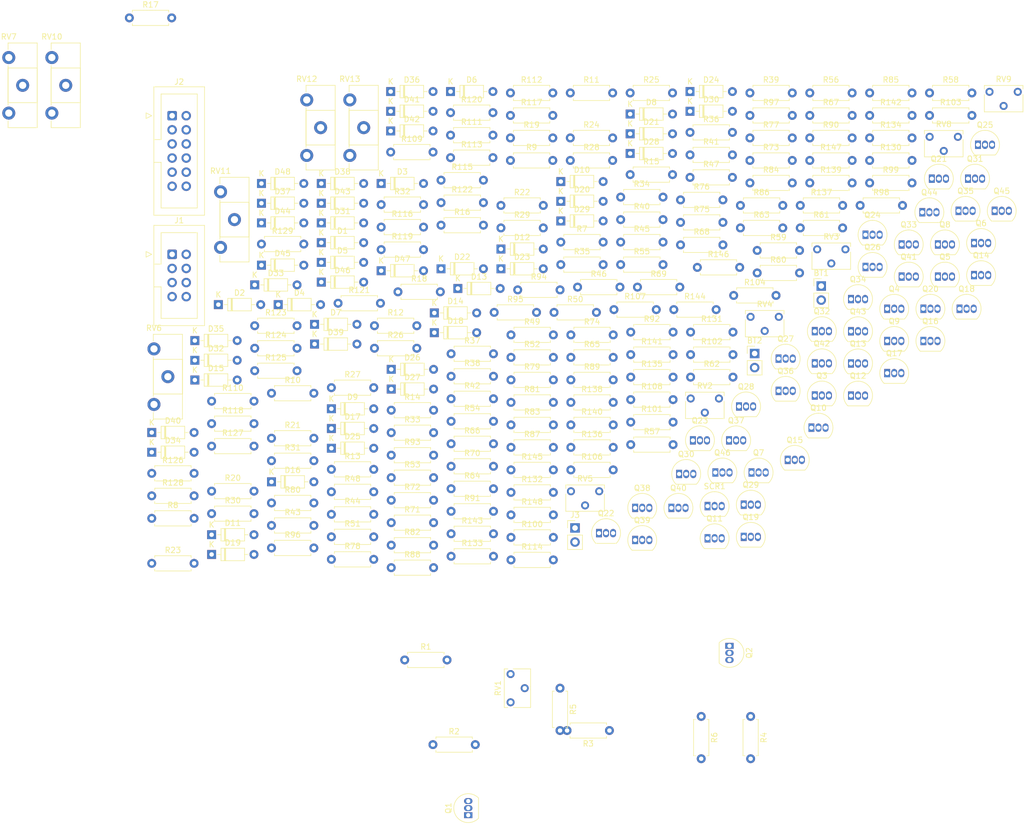
<source format=kicad_pcb>
(kicad_pcb (version 20171130) (host pcbnew "(5.1.8)-1")
  (layers (0 F.Cu signal) (31 B.Cu signal) (34 B.Paste user) (35 F.Paste user) (36 B.SilkS user) (37 F.SilkS user) (38 B.Mask user) (39 F.Mask user) (44 Edge.Cuts user))
  (net 0 "")
  (net 1 GNDREF)
  (net 2 "Net-(BT1-Pad1)")
  (net 3 "Net-(BT2-Pad2)")
  (net 4 "Net-(BT2-Pad1)")
  (net 5 "Net-(D1-Pad2)")
  (net 6 "Net-(C7-Pad1)")
  (net 7 S11D1)
  (net 8 "Net-(C11-Pad1)")
  (net 9 "Net-(C14-Pad1)")
  (net 10 S11C1)
  (net 11 "Net-(C15-Pad1)")
  (net 12 S16A1)
  (net 13 S16B1)
  (net 14 "Net-(C25-Pad1)")
  (net 15 "Net-(C26-Pad1)")
  (net 16 S8A2)
  (net 17 "Net-(D9-Pad1)")
  (net 18 S8B2)
  (net 19 "Net-(D10-Pad1)")
  (net 20 "Net-(C28-Pad1)")
  (net 21 a)
  (net 22 b)
  (net 23 "Net-(C30-Pad1)")
  (net 24 "Net-(C29-Pad2)")
  (net 25 c)
  (net 26 d)
  (net 27 "Net-(C31-Pad2)")
  (net 28 "Net-(D15-Pad1)")
  (net 29 "Net-(D16-Pad1)")
  (net 30 "Net-(D17-Pad2)")
  (net 31 A)
  (net 32 B)
  (net 33 S1B2)
  (net 34 S3A3)
  (net 35 "Net-(D21-Pad2)")
  (net 36 "Net-(D22-Pad2)")
  (net 37 "Net-(C38-Pad2)")
  (net 38 S2D3)
  (net 39 "Net-(D24-Pad2)")
  (net 40 "Net-(D24-Pad1)")
  (net 41 "Net-(D25-Pad1)")
  (net 42 S2C2)
  (net 43 "Net-(C39-Pad2)")
  (net 44 "Net-(C43-Pad2)")
  (net 45 "Net-(C46-Pad2)")
  (net 46 "Net-(C44-Pad2)")
  (net 47 "Net-(D30-Pad2)")
  (net 48 S11D3)
  (net 49 S11B3)
  (net 50 S11C3)
  (net 51 "Net-(C47-Pad1)")
  (net 52 "Net-(D34-Pad2)")
  (net 53 "Net-(D34-Pad1)")
  (net 54 "Net-(D35-Pad2)")
  (net 55 "Net-(D35-Pad1)")
  (net 56 "Net-(D36-Pad2)")
  (net 57 "Net-(C48-Pad1)")
  (net 58 "Net-(C47-Pad2)")
  (net 59 "Net-(D37-Pad1)")
  (net 60 "Net-(D38-Pad2)")
  (net 61 "Net-(D38-Pad1)")
  (net 62 S8A1)
  (net 63 S8B1)
  (net 64 "Net-(D43-Pad2)")
  (net 65 "Net-(D45-Pad1)")
  (net 66 S8A3)
  (net 67 "Net-(D47-Pad2)")
  (net 68 "Net-(D47-Pad1)")
  (net 69 "Net-(D48-Pad2)")
  (net 70 "Net-(C1-Pad1)")
  (net 71 VCC)
  (net 72 "Net-(C2-Pad1)")
  (net 73 "Net-(C3-Pad1)")
  (net 74 S11C2)
  (net 75 "Net-(C4-Pad1)")
  (net 76 "Net-(C9-Pad1)")
  (net 77 "Net-(C7-Pad2)")
  (net 78 "Net-(C9-Pad2)")
  (net 79 "Net-(C10-Pad1)")
  (net 80 "Net-(C8-Pad2)")
  (net 81 "Net-(C10-Pad2)")
  (net 82 "Net-(C16-Pad1)")
  (net 83 "Net-(C14-Pad2)")
  (net 84 "Net-(C16-Pad2)")
  (net 85 "Net-(C17-Pad1)")
  (net 86 "Net-(C15-Pad2)")
  (net 87 "Net-(C17-Pad2)")
  (net 88 "Net-(C23-Pad1)")
  (net 89 "Net-(C21-Pad2)")
  (net 90 "Net-(C23-Pad2)")
  (net 91 "Net-(C24-Pad1)")
  (net 92 "Net-(C22-Pad2)")
  (net 93 "Net-(C24-Pad2)")
  (net 94 "Net-(C27-Pad1)")
  (net 95 "Net-(C25-Pad2)")
  (net 96 "Net-(C27-Pad2)")
  (net 97 "Net-(Q19-Pad3)")
  (net 98 "Net-(C26-Pad2)")
  (net 99 S1B1)
  (net 100 E)
  (net 101 "Net-(C29-Pad1)")
  (net 102 F)
  (net 103 "Net-(C28-Pad2)")
  (net 104 "Net-(C34-Pad1)")
  (net 105 E')
  (net 106 S9A2)
  (net 107 "Net-(C32-Pad1)")
  (net 108 "Net-(C33-Pad1)")
  (net 109 "Net-(C35-Pad2)")
  (net 110 F')
  (net 111 "Net-(C33-Pad2)")
  (net 112 "Net-(C32-Pad2)")
  (net 113 "Net-(Q29-Pad3)")
  (net 114 "Net-(Q29-Pad2)")
  (net 115 "Net-(C37-Pad2)")
  (net 116 "Net-(C36-Pad1)")
  (net 117 S2A3)
  (net 118 S2B3)
  (net 119 "Net-(Q32-Pad2)")
  (net 120 "Net-(C38-Pad1)")
  (net 121 "Net-(C39-Pad1)")
  (net 122 "Net-(C42-Pad1)")
  (net 123 "Net-(C40-Pad2)")
  (net 124 "Net-(Q36-Pad3)")
  (net 125 "Net-(C45-Pad2)")
  (net 126 "Net-(Q37-Pad3)")
  (net 127 "Net-(C49-Pad1)")
  (net 128 "Net-(C49-Pad2)")
  (net 129 "Net-(C48-Pad2)")
  (net 130 "Net-(Q42-Pad3)")
  (net 131 "Net-(C53-Pad1)")
  (net 132 S11A3)
  (net 133 "Net-(Q43-Pad2)")
  (net 134 "Net-(Q44-Pad3)")
  (net 135 "Net-(C51-Pad1)")
  (net 136 "Net-(C51-Pad2)")
  (net 137 "Net-(Q45-Pad2)")
  (net 138 S2D2)
  (net 139 "Net-(C2-Pad2)")
  (net 140 "Net-(C1-Pad2)")
  (net 141 "Net-(R5-Pad1)")
  (net 142 "Net-(C4-Pad2)")
  (net 143 "Net-(C3-Pad2)")
  (net 144 "Net-(R11-Pad1)")
  (net 145 "Net-(C5-Pad1)")
  (net 146 S15A1)
  (net 147 "Net-(C6-Pad1)")
  (net 148 S15B1)
  (net 149 "Net-(R23-Pad2)")
  (net 150 "Net-(C12-Pad1)")
  (net 151 S15C1)
  (net 152 "Net-(C13-Pad1)")
  (net 153 S15D1)
  (net 154 S1A3)
  (net 155 "Net-(C19-Pad1)")
  (net 156 S7A1)
  (net 157 "Net-(C20-Pad1)")
  (net 158 S7B1)
  (net 159 S16A2)
  (net 160 S16B2)
  (net 161 S1A2)
  (net 162 S9D1)
  (net 163 S9D3)
  (net 164 "Net-(R52-Pad1)")
  (net 165 S9B3)
  (net 166 S9B2)
  (net 167 S)
  (net 168 ANT2)
  (net 169 "Net-(L2-Pad1)")
  (net 170 S2C3)
  (net 171 S12A3)
  (net 172 "Net-(C52-Pad1)")
  (net 173 "Net-(C50-Pad1)")
  (net 174 "Net-(C53-Pad2)")
  (net 175 S16A3)
  (net 176 "Net-(J2-PadE)")
  (net 177 S16B3)
  (net 178 "Net-(J2-PadF)")
  (net 179 S9C1)
  (net 180 S8C3)
  (net 181 "Net-(R144-Pad2)")
  (net 182 "Net-(R145-Pad1)")
  (net 183 S4A3)
  (net 184 "Net-(R146-Pad1)")
  (net 185 "Net-(R147-Pad2)")
  (net 186 S7A3)
  (net 187 S9B1)
  (net 188 S7A2)
  (net 189 S7B3)
  (net 190 S7B2)
  (net 191 C)
  (net 192 D)
  (net 193 S2A2)
  (net 194 S4A2)
  (module Package_TO_SOT_THT:TO-92_Inline (layer F.Cu) (at 175.13 137.41)
    (fp_text reference SCR1 (at 1.27 -3.56) (layer F.SilkS))
    (fp_text value NT854)
    (pad 1 thru_hole rect (at 0 0) (size 1.05 1.5) (drill 0.75) (layers *.Cu *.Mask) (net 138 S2D2))
    (pad 3 thru_hole oval (at 2.54 0) (size 1.05 1.5) (drill 0.75) (layers *.Cu *.Mask) (net 1 GNDREF))
    (pad 2 thru_hole oval (at 1.27 0) (size 1.05 1.5) (drill 0.75) (layers *.Cu *.Mask) (net 42 S2C2))
  )
  (module Potentiometer_THT:Potentiometer_Piher_PT-15-H01_Horizontal (layer F.Cu) (at 110.78 64.29)
    (fp_text reference RV13 (at 0 -3.75) (layer F.SilkS))
    (fp_text value 5K)
    (pad 1 thru_hole circle (at 0 0) (size 2.34 2.34) (drill 1.3) (layers *.Cu *.Mask) (net 71 VCC))
    (pad 2 thru_hole circle (at 2.5 5) (size 2.34 2.34) (drill 1.3) (layers *.Cu *.Mask) (net 194 S4A2))
    (pad 3 thru_hole circle (at 0 10) (size 2.34 2.34) (drill 1.3) (layers *.Cu *.Mask) (net 1 GNDREF))
  )
  (module Potentiometer_THT:Potentiometer_Piher_PT-15-H01_Horizontal (layer F.Cu) (at 103.03 64.29)
    (fp_text reference RV12 (at 0 -3.75) (layer F.SilkS))
    (fp_text value 5K)
    (pad 1 thru_hole circle (at 0 0) (size 2.34 2.34) (drill 1.3) (layers *.Cu *.Mask) (net 71 VCC))
    (pad 2 thru_hole circle (at 2.5 5) (size 2.34 2.34) (drill 1.3) (layers *.Cu *.Mask) (net 193 S2A2))
    (pad 3 thru_hole circle (at 0 10) (size 2.34 2.34) (drill 1.3) (layers *.Cu *.Mask) (net 1 GNDREF))
  )
  (module Potentiometer_THT:Potentiometer_Piher_PT-15-H01_Horizontal (layer F.Cu) (at 87.53 80.84)
    (fp_text reference RV11 (at 0 -3.75) (layer F.SilkS))
    (fp_text value 5K)
    (pad 1 thru_hole circle (at 0 0) (size 2.34 2.34) (drill 1.3) (layers *.Cu *.Mask) (net 71 VCC))
    (pad 2 thru_hole circle (at 2.5 5) (size 2.34 2.34) (drill 1.3) (layers *.Cu *.Mask) (net 192 D))
    (pad 3 thru_hole circle (at 0 10) (size 2.34 2.34) (drill 1.3) (layers *.Cu *.Mask) (net 1 GNDREF))
  )
  (module Potentiometer_THT:Potentiometer_Piher_PT-15-H01_Horizontal (layer F.Cu) (at 57.18 56.67)
    (fp_text reference RV10 (at 0 -3.75) (layer F.SilkS))
    (fp_text value 5K)
    (pad 1 thru_hole circle (at 0 0) (size 2.34 2.34) (drill 1.3) (layers *.Cu *.Mask) (net 71 VCC))
    (pad 2 thru_hole circle (at 2.5 5) (size 2.34 2.34) (drill 1.3) (layers *.Cu *.Mask) (net 191 C))
    (pad 3 thru_hole circle (at 0 10) (size 2.34 2.34) (drill 1.3) (layers *.Cu *.Mask) (net 1 GNDREF))
  )
  (module Potentiometer_THT:Potentiometer_Bourns_3266W_Vertical (layer F.Cu) (at 230.93 62.84)
    (fp_text reference RV9 (at -2.54 -2.27) (layer F.SilkS))
    (fp_text value 5K)
    (pad 3 thru_hole circle (at -5.08 0) (size 1.44 1.44) (drill 0.8) (layers *.Cu *.Mask) (net 46 "Net-(C44-Pad2)"))
    (pad 2 thru_hole circle (at -2.54 2.54) (size 1.44 1.44) (drill 0.8) (layers *.Cu *.Mask) (net 46 "Net-(C44-Pad2)"))
    (pad 1 thru_hole circle (at 0 0) (size 1.44 1.44) (drill 0.8) (layers *.Cu *.Mask) (net 44 "Net-(C43-Pad2)"))
  )
  (module Potentiometer_THT:Potentiometer_Bourns_3266W_Vertical (layer F.Cu) (at 220.16 70.94)
    (fp_text reference RV8 (at -2.54 -2.27) (layer F.SilkS))
    (fp_text value 10K)
    (pad 3 thru_hole circle (at -5.08 0) (size 1.44 1.44) (drill 0.8) (layers *.Cu *.Mask) (net 1 GNDREF))
    (pad 2 thru_hole circle (at -2.54 2.54) (size 1.44 1.44) (drill 0.8) (layers *.Cu *.Mask) (net 164 "Net-(R52-Pad1)"))
    (pad 1 thru_hole circle (at 0 0) (size 1.44 1.44) (drill 0.8) (layers *.Cu *.Mask) (net 71 VCC))
  )
  (module Potentiometer_THT:Potentiometer_Piher_PT-15-H01_Horizontal (layer F.Cu) (at 49.43 56.67)
    (fp_text reference RV7 (at 0 -3.75) (layer F.SilkS))
    (fp_text value 25K)
    (pad 1 thru_hole circle (at 0 0) (size 2.34 2.34) (drill 1.3) (layers *.Cu *.Mask) (net 22 b))
    (pad 2 thru_hole circle (at 2.5 5) (size 2.34 2.34) (drill 1.3) (layers *.Cu *.Mask) (net 190 S7B2))
    (pad 3 thru_hole circle (at 0 10) (size 2.34 2.34) (drill 1.3) (layers *.Cu *.Mask) (net 25 c))
  )
  (module Potentiometer_THT:Potentiometer_Piher_PT-15-H01_Horizontal (layer F.Cu) (at 75.55 109.11)
    (fp_text reference RV6 (at 0 -3.75) (layer F.SilkS))
    (fp_text value 25K)
    (pad 1 thru_hole circle (at 0 0) (size 2.34 2.34) (drill 1.3) (layers *.Cu *.Mask) (net 26 d))
    (pad 2 thru_hole circle (at 2.5 5) (size 2.34 2.34) (drill 1.3) (layers *.Cu *.Mask) (net 190 S7B2))
    (pad 3 thru_hole circle (at 0 10) (size 2.34 2.34) (drill 1.3) (layers *.Cu *.Mask) (net 21 a))
  )
  (module Potentiometer_THT:Potentiometer_Bourns_3266W_Vertical (layer F.Cu) (at 155.64 134.74)
    (fp_text reference RV5 (at -2.54 -2.27) (layer F.SilkS))
    (fp_text value 10K)
    (pad 3 thru_hole circle (at -5.08 0) (size 1.44 1.44) (drill 0.8) (layers *.Cu *.Mask) (net 71 VCC))
    (pad 2 thru_hole circle (at -2.54 2.54) (size 1.44 1.44) (drill 0.8) (layers *.Cu *.Mask) (net 189 S7B3))
    (pad 1 thru_hole circle (at 0 0) (size 1.44 1.44) (drill 0.8) (layers *.Cu *.Mask) (net 1 GNDREF))
  )
  (module Potentiometer_THT:Potentiometer_Bourns_3266W_Vertical (layer F.Cu) (at 187.95 103.34)
    (fp_text reference RV4 (at -2.54 -2.27) (layer F.SilkS))
    (fp_text value 5K)
    (pad 3 thru_hole circle (at -5.08 0) (size 1.44 1.44) (drill 0.8) (layers *.Cu *.Mask) (net 187 S9B1))
    (pad 2 thru_hole circle (at -2.54 2.54) (size 1.44 1.44) (drill 0.8) (layers *.Cu *.Mask) (net 187 S9B1))
    (pad 1 thru_hole circle (at 0 0) (size 1.44 1.44) (drill 0.8) (layers *.Cu *.Mask) (net 188 S7A2))
  )
  (module Potentiometer_THT:Potentiometer_Bourns_3266W_Vertical (layer F.Cu) (at 199.93 91.19)
    (fp_text reference RV3 (at -2.54 -2.27) (layer F.SilkS))
    (fp_text value 10K)
    (pad 3 thru_hole circle (at -5.08 0) (size 1.44 1.44) (drill 0.8) (layers *.Cu *.Mask) (net 71 VCC))
    (pad 2 thru_hole circle (at -2.54 2.54) (size 1.44 1.44) (drill 0.8) (layers *.Cu *.Mask) (net 186 S7A3))
    (pad 1 thru_hole circle (at 0 0) (size 1.44 1.44) (drill 0.8) (layers *.Cu *.Mask) (net 1 GNDREF))
  )
  (module Potentiometer_THT:Potentiometer_Bourns_3266W_Vertical (layer F.Cu) (at 177.18 118.04)
    (fp_text reference RV2 (at -2.54 -2.27) (layer F.SilkS))
    (fp_text value 100K)
    (pad 3 thru_hole circle (at -5.08 0) (size 1.44 1.44) (drill 0.8) (layers *.Cu *.Mask) (net 144 "Net-(R11-Pad1)"))
    (pad 2 thru_hole circle (at -2.54 2.54) (size 1.44 1.44) (drill 0.8) (layers *.Cu *.Mask) (net 144 "Net-(R11-Pad1)"))
    (pad 1 thru_hole circle (at 0 0) (size 1.44 1.44) (drill 0.8) (layers *.Cu *.Mask) (net 71 VCC))
  )
  (module Potentiometer_THT:Potentiometer_Bourns_3266W_Vertical (layer F.Cu) (at 139.7 167.64 90)
    (fp_text reference RV1 (at -2.54 -2.27 90) (layer F.SilkS))
    (fp_text value 100K)
    (pad 3 thru_hole circle (at -5.08 0 90) (size 1.44 1.44) (drill 0.8) (layers *.Cu *.Mask) (net 141 "Net-(R5-Pad1)"))
    (pad 2 thru_hole circle (at -2.54 2.54 90) (size 1.44 1.44) (drill 0.8) (layers *.Cu *.Mask) (net 141 "Net-(R5-Pad1)"))
    (pad 1 thru_hole circle (at 0 0 90) (size 1.44 1.44) (drill 0.8) (layers *.Cu *.Mask) (net 71 VCC))
  )
  (module Resistor_THT:R_Axial_DIN0207_L6.3mm_D2.5mm_P7.62mm_Horizontal (layer F.Cu) (at 139.77 138.99)
    (fp_text reference R148 (at 3.81 -2.37) (layer F.SilkS))
    (fp_text value 150K)
    (pad 2 thru_hole oval (at 7.62 0) (size 1.6 1.6) (drill 0.8) (layers *.Cu *.Mask) (net 1 GNDREF))
    (pad 1 thru_hole circle (at 0 0) (size 1.6 1.6) (drill 0.8) (layers *.Cu *.Mask) (net 183 S4A3))
  )
  (module Resistor_THT:R_Axial_DIN0207_L6.3mm_D2.5mm_P7.62mm_Horizontal (layer F.Cu) (at 193.52 75.19)
    (fp_text reference R147 (at 3.81 -2.37) (layer F.SilkS))
    (fp_text value 100)
    (pad 2 thru_hole oval (at 7.62 0) (size 1.6 1.6) (drill 0.8) (layers *.Cu *.Mask) (net 185 "Net-(R147-Pad2)"))
    (pad 1 thru_hole circle (at 0 0) (size 1.6 1.6) (drill 0.8) (layers *.Cu *.Mask) (net 183 S4A3))
  )
  (module Resistor_THT:R_Axial_DIN0207_L6.3mm_D2.5mm_P7.62mm_Horizontal (layer F.Cu) (at 173.29 94.44)
    (fp_text reference R146 (at 3.81 -2.37) (layer F.SilkS))
    (fp_text value 100)
    (pad 2 thru_hole oval (at 7.62 0) (size 1.6 1.6) (drill 0.8) (layers *.Cu *.Mask) (net 183 S4A3))
    (pad 1 thru_hole circle (at 0 0) (size 1.6 1.6) (drill 0.8) (layers *.Cu *.Mask) (net 184 "Net-(R146-Pad1)"))
  )
  (module Resistor_THT:R_Axial_DIN0207_L6.3mm_D2.5mm_P7.62mm_Horizontal (layer F.Cu) (at 139.77 130.89)
    (fp_text reference R145 (at 3.81 -2.37) (layer F.SilkS))
    (fp_text value 1K)
    (pad 2 thru_hole oval (at 7.62 0) (size 1.6 1.6) (drill 0.8) (layers *.Cu *.Mask) (net 1 GNDREF))
    (pad 1 thru_hole circle (at 0 0) (size 1.6 1.6) (drill 0.8) (layers *.Cu *.Mask) (net 182 "Net-(R145-Pad1)"))
  )
  (module Resistor_THT:R_Axial_DIN0207_L6.3mm_D2.5mm_P7.62mm_Horizontal (layer F.Cu) (at 169.06 102.04)
    (fp_text reference R144 (at 3.81 -2.37) (layer F.SilkS))
    (fp_text value 1K)
    (pad 2 thru_hole oval (at 7.62 0) (size 1.6 1.6) (drill 0.8) (layers *.Cu *.Mask) (net 181 "Net-(R144-Pad2)"))
    (pad 1 thru_hole circle (at 0 0) (size 1.6 1.6) (drill 0.8) (layers *.Cu *.Mask) (net 71 VCC))
  )
  (module Resistor_THT:R_Axial_DIN0207_L6.3mm_D2.5mm_P7.62mm_Horizontal (layer F.Cu) (at 129 142.39)
    (fp_text reference R143 (at 3.81 -2.37) (layer F.SilkS))
    (fp_text value 22K)
    (pad 2 thru_hole oval (at 7.62 0) (size 1.6 1.6) (drill 0.8) (layers *.Cu *.Mask) (net 69 "Net-(D48-Pad2)"))
    (pad 1 thru_hole circle (at 0 0) (size 1.6 1.6) (drill 0.8) (layers *.Cu *.Mask) (net 71 VCC))
  )
  (module Resistor_THT:R_Axial_DIN0207_L6.3mm_D2.5mm_P7.62mm_Horizontal (layer F.Cu) (at 204.29 67.09)
    (fp_text reference R142 (at 3.81 -2.37) (layer F.SilkS))
    (fp_text value 22K)
    (pad 2 thru_hole oval (at 7.62 0) (size 1.6 1.6) (drill 0.8) (layers *.Cu *.Mask) (net 67 "Net-(D47-Pad2)"))
    (pad 1 thru_hole circle (at 0 0) (size 1.6 1.6) (drill 0.8) (layers *.Cu *.Mask) (net 71 VCC))
  )
  (module Resistor_THT:R_Axial_DIN0207_L6.3mm_D2.5mm_P7.62mm_Horizontal (layer F.Cu) (at 161.31 110.14)
    (fp_text reference R141 (at 3.81 -2.37) (layer F.SilkS))
    (fp_text value 10K)
    (pad 2 thru_hole oval (at 7.62 0) (size 1.6 1.6) (drill 0.8) (layers *.Cu *.Mask) (net 1 GNDREF))
    (pad 1 thru_hole circle (at 0 0) (size 1.6 1.6) (drill 0.8) (layers *.Cu *.Mask) (net 42 S2C2))
  )
  (module Resistor_THT:R_Axial_DIN0207_L6.3mm_D2.5mm_P7.62mm_Horizontal (layer F.Cu) (at 150.54 122.79)
    (fp_text reference R140 (at 3.81 -2.37) (layer F.SilkS))
    (fp_text value 10K)
    (pad 2 thru_hole oval (at 7.62 0) (size 1.6 1.6) (drill 0.8) (layers *.Cu *.Mask) (net 66 S8A3))
    (pad 1 thru_hole circle (at 0 0) (size 1.6 1.6) (drill 0.8) (layers *.Cu *.Mask) (net 180 S8C3))
  )
  (module Resistor_THT:R_Axial_DIN0207_L6.3mm_D2.5mm_P7.62mm_Horizontal (layer F.Cu) (at 193.52 79.24)
    (fp_text reference R139 (at 3.81 -2.37) (layer F.SilkS))
    (fp_text value 10K)
    (pad 2 thru_hole oval (at 7.62 0) (size 1.6 1.6) (drill 0.8) (layers *.Cu *.Mask) (net 179 S9C1))
    (pad 1 thru_hole circle (at 0 0) (size 1.6 1.6) (drill 0.8) (layers *.Cu *.Mask) (net 65 "Net-(D45-Pad1)"))
  )
  (module Resistor_THT:R_Axial_DIN0207_L6.3mm_D2.5mm_P7.62mm_Horizontal (layer F.Cu) (at 150.54 118.74)
    (fp_text reference R138 (at 3.81 -2.37) (layer F.SilkS))
    (fp_text value 5.1K)
    (pad 2 thru_hole oval (at 7.62 0) (size 1.6 1.6) (drill 0.8) (layers *.Cu *.Mask) (net 64 "Net-(D43-Pad2)"))
    (pad 1 thru_hole circle (at 0 0) (size 1.6 1.6) (drill 0.8) (layers *.Cu *.Mask) (net 71 VCC))
  )
  (module Resistor_THT:R_Axial_DIN0207_L6.3mm_D2.5mm_P7.62mm_Horizontal (layer F.Cu) (at 191.81 83.29)
    (fp_text reference R137 (at 3.81 -2.37) (layer F.SilkS))
    (fp_text value 5.1K)
    (pad 2 thru_hole oval (at 7.62 0) (size 1.6 1.6) (drill 0.8) (layers *.Cu *.Mask) (net 71 VCC))
    (pad 1 thru_hole circle (at 0 0) (size 1.6 1.6) (drill 0.8) (layers *.Cu *.Mask) (net 16 S8A2))
  )
  (module Resistor_THT:R_Axial_DIN0207_L6.3mm_D2.5mm_P7.62mm_Horizontal (layer F.Cu) (at 150.54 126.84)
    (fp_text reference R136 (at 3.81 -2.37) (layer F.SilkS))
    (fp_text value 5.1K)
    (pad 2 thru_hole oval (at 7.62 0) (size 1.6 1.6) (drill 0.8) (layers *.Cu *.Mask) (net 71 VCC))
    (pad 1 thru_hole circle (at 0 0) (size 1.6 1.6) (drill 0.8) (layers *.Cu *.Mask) (net 18 S8B2))
  )
  (module Resistor_THT:R_Axial_DIN0207_L6.3mm_D2.5mm_P7.62mm_Horizontal (layer F.Cu) (at 161.31 114.19)
    (fp_text reference R135 (at 3.81 -2.37) (layer F.SilkS))
    (fp_text value 10K)
    (pad 2 thru_hole oval (at 7.62 0) (size 1.6 1.6) (drill 0.8) (layers *.Cu *.Mask) (net 177 S16B3))
    (pad 1 thru_hole circle (at 0 0) (size 1.6 1.6) (drill 0.8) (layers *.Cu *.Mask) (net 178 "Net-(J2-PadF)"))
  )
  (module Resistor_THT:R_Axial_DIN0207_L6.3mm_D2.5mm_P7.62mm_Horizontal (layer F.Cu) (at 204.29 71.14)
    (fp_text reference R134 (at 3.81 -2.37) (layer F.SilkS))
    (fp_text value 10K)
    (pad 2 thru_hole oval (at 7.62 0) (size 1.6 1.6) (drill 0.8) (layers *.Cu *.Mask) (net 175 S16A3))
    (pad 1 thru_hole circle (at 0 0) (size 1.6 1.6) (drill 0.8) (layers *.Cu *.Mask) (net 176 "Net-(J2-PadE)"))
  )
  (module Resistor_THT:R_Axial_DIN0207_L6.3mm_D2.5mm_P7.62mm_Horizontal (layer F.Cu) (at 129 146.44)
    (fp_text reference R133 (at 3.81 -2.37) (layer F.SilkS))
    (fp_text value 2K)
    (pad 2 thru_hole oval (at 7.62 0) (size 1.6 1.6) (drill 0.8) (layers *.Cu *.Mask) (net 1 GNDREF))
    (pad 1 thru_hole circle (at 0 0) (size 1.6 1.6) (drill 0.8) (layers *.Cu *.Mask) (net 50 S11C3))
  )
  (module Resistor_THT:R_Axial_DIN0207_L6.3mm_D2.5mm_P7.62mm_Horizontal (layer F.Cu) (at 139.77 134.94)
    (fp_text reference R132 (at 3.81 -2.37) (layer F.SilkS))
    (fp_text value 2K)
    (pad 2 thru_hole oval (at 7.62 0) (size 1.6 1.6) (drill 0.8) (layers *.Cu *.Mask) (net 174 "Net-(C53-Pad2)"))
    (pad 1 thru_hole circle (at 0 0) (size 1.6 1.6) (drill 0.8) (layers *.Cu *.Mask) (net 50 S11C3))
  )
  (module Resistor_THT:R_Axial_DIN0207_L6.3mm_D2.5mm_P7.62mm_Horizontal (layer F.Cu) (at 172.08 106.09)
    (fp_text reference R131 (at 3.81 -2.37) (layer F.SilkS))
    (fp_text value 2K)
    (pad 2 thru_hole oval (at 7.62 0) (size 1.6 1.6) (drill 0.8) (layers *.Cu *.Mask) (net 130 "Net-(Q42-Pad3)"))
    (pad 1 thru_hole circle (at 0 0) (size 1.6 1.6) (drill 0.8) (layers *.Cu *.Mask) (net 133 "Net-(Q43-Pad2)"))
  )
  (module Resistor_THT:R_Axial_DIN0207_L6.3mm_D2.5mm_P7.62mm_Horizontal (layer F.Cu) (at 204.29 75.19)
    (fp_text reference R130 (at 3.81 -2.37) (layer F.SilkS))
    (fp_text value 22K)
    (pad 2 thru_hole oval (at 7.62 0) (size 1.6 1.6) (drill 0.8) (layers *.Cu *.Mask) (net 131 "Net-(C53-Pad1)"))
    (pad 1 thru_hole circle (at 0 0) (size 1.6 1.6) (drill 0.8) (layers *.Cu *.Mask) (net 1 GNDREF))
  )
  (module Resistor_THT:R_Axial_DIN0207_L6.3mm_D2.5mm_P7.62mm_Horizontal (layer F.Cu) (at 94.88 90.24)
    (fp_text reference R129 (at 3.81 -2.37) (layer F.SilkS))
    (fp_text value 5.1K)
    (pad 2 thru_hole oval (at 7.62 0) (size 1.6 1.6) (drill 0.8) (layers *.Cu *.Mask) (net 173 "Net-(C50-Pad1)"))
    (pad 1 thru_hole circle (at 0 0) (size 1.6 1.6) (drill 0.8) (layers *.Cu *.Mask) (net 131 "Net-(C53-Pad1)"))
  )
  (module Resistor_THT:R_Axial_DIN0207_L6.3mm_D2.5mm_P7.62mm_Horizontal (layer F.Cu) (at 75.15 135.56)
    (fp_text reference R128 (at 3.81 -2.37) (layer F.SilkS))
    (fp_text value 5.1K)
    (pad 2 thru_hole oval (at 7.62 0) (size 1.6 1.6) (drill 0.8) (layers *.Cu *.Mask) (net 132 S11A3))
    (pad 1 thru_hole circle (at 0 0) (size 1.6 1.6) (drill 0.8) (layers *.Cu *.Mask) (net 130 "Net-(Q42-Pad3)"))
  )
  (module Resistor_THT:R_Axial_DIN0207_L6.3mm_D2.5mm_P7.62mm_Horizontal (layer F.Cu) (at 85.92 126.61)
    (fp_text reference R127 (at 3.81 -2.37) (layer F.SilkS))
    (fp_text value 51K)
    (pad 2 thru_hole oval (at 7.62 0) (size 1.6 1.6) (drill 0.8) (layers *.Cu *.Mask) (net 137 "Net-(Q45-Pad2)"))
    (pad 1 thru_hole circle (at 0 0) (size 1.6 1.6) (drill 0.8) (layers *.Cu *.Mask) (net 172 "Net-(C52-Pad1)"))
  )
  (module Resistor_THT:R_Axial_DIN0207_L6.3mm_D2.5mm_P7.62mm_Horizontal (layer F.Cu) (at 75.15 131.51)
    (fp_text reference R126 (at 3.81 -2.37) (layer F.SilkS))
    (fp_text value 10K)
    (pad 2 thru_hole oval (at 7.62 0) (size 1.6 1.6) (drill 0.8) (layers *.Cu *.Mask) (net 134 "Net-(Q44-Pad3)"))
    (pad 1 thru_hole circle (at 0 0) (size 1.6 1.6) (drill 0.8) (layers *.Cu *.Mask) (net 132 S11A3))
  )
  (module Resistor_THT:R_Axial_DIN0207_L6.3mm_D2.5mm_P7.62mm_Horizontal (layer F.Cu) (at 93.67 113.04)
    (fp_text reference R125 (at 3.81 -2.37) (layer F.SilkS))
    (fp_text value 100K)
    (pad 2 thru_hole oval (at 7.62 0) (size 1.6 1.6) (drill 0.8) (layers *.Cu *.Mask) (net 137 "Net-(Q45-Pad2)"))
    (pad 1 thru_hole circle (at 0 0) (size 1.6 1.6) (drill 0.8) (layers *.Cu *.Mask) (net 134 "Net-(Q44-Pad3)"))
  )
  (module Resistor_THT:R_Axial_DIN0207_L6.3mm_D2.5mm_P7.62mm_Horizontal (layer F.Cu) (at 93.67 108.99)
    (fp_text reference R124 (at 3.81 -2.37) (layer F.SilkS))
    (fp_text value 100K)
    (pad 2 thru_hole oval (at 7.62 0) (size 1.6 1.6) (drill 0.8) (layers *.Cu *.Mask) (net 134 "Net-(Q44-Pad3)"))
    (pad 1 thru_hole circle (at 0 0) (size 1.6 1.6) (drill 0.8) (layers *.Cu *.Mask) (net 132 S11A3))
  )
  (module Resistor_THT:R_Axial_DIN0207_L6.3mm_D2.5mm_P7.62mm_Horizontal (layer F.Cu) (at 93.67 104.94)
    (fp_text reference R123 (at 3.81 -2.37) (layer F.SilkS))
    (fp_text value 10K)
    (pad 2 thru_hole oval (at 7.62 0) (size 1.6 1.6) (drill 0.8) (layers *.Cu *.Mask) (net 136 "Net-(C51-Pad2)"))
    (pad 1 thru_hole circle (at 0 0) (size 1.6 1.6) (drill 0.8) (layers *.Cu *.Mask) (net 132 S11A3))
  )
  (module Resistor_THT:R_Axial_DIN0207_L6.3mm_D2.5mm_P7.62mm_Horizontal (layer F.Cu) (at 127.19 82.79)
    (fp_text reference R122 (at 3.81 -2.37) (layer F.SilkS))
    (fp_text value 33K)
    (pad 2 thru_hole oval (at 7.62 0) (size 1.6 1.6) (drill 0.8) (layers *.Cu *.Mask) (net 136 "Net-(C51-Pad2)"))
    (pad 1 thru_hole circle (at 0 0) (size 1.6 1.6) (drill 0.8) (layers *.Cu *.Mask) (net 61 "Net-(D38-Pad1)"))
  )
  (module Resistor_THT:R_Axial_DIN0207_L6.3mm_D2.5mm_P7.62mm_Horizontal (layer F.Cu) (at 108.67 100.89)
    (fp_text reference R121 (at 3.81 -2.37) (layer F.SilkS))
    (fp_text value 51K)
    (pad 2 thru_hole oval (at 7.62 0) (size 1.6 1.6) (drill 0.8) (layers *.Cu *.Mask) (net 60 "Net-(D38-Pad2)"))
    (pad 1 thru_hole circle (at 0 0) (size 1.6 1.6) (drill 0.8) (layers *.Cu *.Mask) (net 49 S11B3))
  )
  (module Resistor_THT:R_Axial_DIN0207_L6.3mm_D2.5mm_P7.62mm_Horizontal (layer F.Cu) (at 128.9 66.59)
    (fp_text reference R120 (at 3.81 -2.37) (layer F.SilkS))
    (fp_text value 10K)
    (pad 2 thru_hole oval (at 7.62 0) (size 1.6 1.6) (drill 0.8) (layers *.Cu *.Mask) (net 1 GNDREF))
    (pad 1 thru_hole circle (at 0 0) (size 1.6 1.6) (drill 0.8) (layers *.Cu *.Mask) (net 58 "Net-(C47-Pad2)"))
  )
  (module Resistor_THT:R_Axial_DIN0207_L6.3mm_D2.5mm_P7.62mm_Horizontal (layer F.Cu) (at 116.42 91.24)
    (fp_text reference R119 (at 3.81 -2.37) (layer F.SilkS))
    (fp_text value 100K)
    (pad 2 thru_hole oval (at 7.62 0) (size 1.6 1.6) (drill 0.8) (layers *.Cu *.Mask) (net 129 "Net-(C48-Pad2)"))
    (pad 1 thru_hole circle (at 0 0) (size 1.6 1.6) (drill 0.8) (layers *.Cu *.Mask) (net 59 "Net-(D37-Pad1)"))
  )
  (module Resistor_THT:R_Axial_DIN0207_L6.3mm_D2.5mm_P7.62mm_Horizontal (layer F.Cu) (at 85.92 122.56)
    (fp_text reference R118 (at 3.81 -2.37) (layer F.SilkS))
    (fp_text value 100K)
    (pad 2 thru_hole oval (at 7.62 0) (size 1.6 1.6) (drill 0.8) (layers *.Cu *.Mask) (net 59 "Net-(D37-Pad1)"))
    (pad 1 thru_hole circle (at 0 0) (size 1.6 1.6) (drill 0.8) (layers *.Cu *.Mask) (net 127 "Net-(C49-Pad1)"))
  )
  (module Resistor_THT:R_Axial_DIN0207_L6.3mm_D2.5mm_P7.62mm_Horizontal (layer F.Cu) (at 139.67 67.09)
    (fp_text reference R117 (at 3.81 -2.37) (layer F.SilkS))
    (fp_text value 100K)
    (pad 2 thru_hole oval (at 7.62 0) (size 1.6 1.6) (drill 0.8) (layers *.Cu *.Mask) (net 128 "Net-(C49-Pad2)"))
    (pad 1 thru_hole circle (at 0 0) (size 1.6 1.6) (drill 0.8) (layers *.Cu *.Mask) (net 127 "Net-(C49-Pad1)"))
  )
  (module Resistor_THT:R_Axial_DIN0207_L6.3mm_D2.5mm_P7.62mm_Horizontal (layer F.Cu) (at 116.42 87.19)
    (fp_text reference R116 (at 3.81 -2.37) (layer F.SilkS))
    (fp_text value 100K)
    (pad 2 thru_hole oval (at 7.62 0) (size 1.6 1.6) (drill 0.8) (layers *.Cu *.Mask) (net 129 "Net-(C48-Pad2)"))
    (pad 1 thru_hole circle (at 0 0) (size 1.6 1.6) (drill 0.8) (layers *.Cu *.Mask) (net 57 "Net-(C48-Pad1)"))
  )
  (module Resistor_THT:R_Axial_DIN0207_L6.3mm_D2.5mm_P7.62mm_Horizontal (layer F.Cu) (at 127.19 78.74)
    (fp_text reference R115 (at 3.81 -2.37) (layer F.SilkS))
    (fp_text value 10K)
    (pad 2 thru_hole oval (at 7.62 0) (size 1.6 1.6) (drill 0.8) (layers *.Cu *.Mask) (net 128 "Net-(C49-Pad2)"))
    (pad 1 thru_hole circle (at 0 0) (size 1.6 1.6) (drill 0.8) (layers *.Cu *.Mask) (net 132 S11A3))
  )
  (module Resistor_THT:R_Axial_DIN0207_L6.3mm_D2.5mm_P7.62mm_Horizontal (layer F.Cu) (at 139.77 147.09)
    (fp_text reference R114 (at 3.81 -2.37) (layer F.SilkS))
    (fp_text value 10K)
    (pad 2 thru_hole oval (at 7.62 0) (size 1.6 1.6) (drill 0.8) (layers *.Cu *.Mask) (net 57 "Net-(C48-Pad1)"))
    (pad 1 thru_hole circle (at 0 0) (size 1.6 1.6) (drill 0.8) (layers *.Cu *.Mask) (net 132 S11A3))
  )
  (module Resistor_THT:R_Axial_DIN0207_L6.3mm_D2.5mm_P7.62mm_Horizontal (layer F.Cu) (at 128.9 74.69)
    (fp_text reference R113 (at 3.81 -2.37) (layer F.SilkS))
    (fp_text value 100K)
    (pad 2 thru_hole oval (at 7.62 0) (size 1.6 1.6) (drill 0.8) (layers *.Cu *.Mask) (net 54 "Net-(D35-Pad2)"))
    (pad 1 thru_hole circle (at 0 0) (size 1.6 1.6) (drill 0.8) (layers *.Cu *.Mask) (net 132 S11A3))
  )
  (module Resistor_THT:R_Axial_DIN0207_L6.3mm_D2.5mm_P7.62mm_Horizontal (layer F.Cu) (at 139.67 63.04)
    (fp_text reference R112 (at 3.81 -2.37) (layer F.SilkS))
    (fp_text value 100K)
    (pad 2 thru_hole oval (at 7.62 0) (size 1.6 1.6) (drill 0.8) (layers *.Cu *.Mask) (net 1 GNDREF))
    (pad 1 thru_hole circle (at 0 0) (size 1.6 1.6) (drill 0.8) (layers *.Cu *.Mask) (net 55 "Net-(D35-Pad1)"))
  )
  (module Resistor_THT:R_Axial_DIN0207_L6.3mm_D2.5mm_P7.62mm_Horizontal (layer F.Cu) (at 128.9 70.64)
    (fp_text reference R111 (at 3.81 -2.37) (layer F.SilkS))
    (fp_text value 10K)
    (pad 2 thru_hole oval (at 7.62 0) (size 1.6 1.6) (drill 0.8) (layers *.Cu *.Mask) (net 132 S11A3))
    (pad 1 thru_hole circle (at 0 0) (size 1.6 1.6) (drill 0.8) (layers *.Cu *.Mask) (net 126 "Net-(Q37-Pad3)"))
  )
  (module Resistor_THT:R_Axial_DIN0207_L6.3mm_D2.5mm_P7.62mm_Horizontal (layer F.Cu) (at 85.92 118.51)
    (fp_text reference R110 (at 3.81 -2.37) (layer F.SilkS))
    (fp_text value 10K)
    (pad 2 thru_hole oval (at 7.62 0) (size 1.6 1.6) (drill 0.8) (layers *.Cu *.Mask) (net 126 "Net-(Q37-Pad3)"))
    (pad 1 thru_hole circle (at 0 0) (size 1.6 1.6) (drill 0.8) (layers *.Cu *.Mask) (net 53 "Net-(D34-Pad1)"))
  )
  (module Resistor_THT:R_Axial_DIN0207_L6.3mm_D2.5mm_P7.62mm_Horizontal (layer F.Cu) (at 118.13 73.69)
    (fp_text reference R109 (at 3.81 -2.37) (layer F.SilkS))
    (fp_text value 15K)
    (pad 2 thru_hole oval (at 7.62 0) (size 1.6 1.6) (drill 0.8) (layers *.Cu *.Mask) (net 125 "Net-(C45-Pad2)"))
    (pad 1 thru_hole circle (at 0 0) (size 1.6 1.6) (drill 0.8) (layers *.Cu *.Mask) (net 1 GNDREF))
  )
  (module Resistor_THT:R_Axial_DIN0207_L6.3mm_D2.5mm_P7.62mm_Horizontal (layer F.Cu) (at 161.31 118.24)
    (fp_text reference R108 (at 3.81 -2.37) (layer F.SilkS))
    (fp_text value 51K)
    (pad 2 thru_hole oval (at 7.62 0) (size 1.6 1.6) (drill 0.8) (layers *.Cu *.Mask) (net 31 A))
    (pad 1 thru_hole circle (at 0 0) (size 1.6 1.6) (drill 0.8) (layers *.Cu *.Mask) (net 125 "Net-(C45-Pad2)"))
  )
  (module Resistor_THT:R_Axial_DIN0207_L6.3mm_D2.5mm_P7.62mm_Horizontal (layer F.Cu) (at 158.29 102.04)
    (fp_text reference R107 (at 3.81 -2.37) (layer F.SilkS))
    (fp_text value 6.2K)
    (pad 2 thru_hole oval (at 7.62 0) (size 1.6 1.6) (drill 0.8) (layers *.Cu *.Mask) (net 45 "Net-(C46-Pad2)"))
    (pad 1 thru_hole circle (at 0 0) (size 1.6 1.6) (drill 0.8) (layers *.Cu *.Mask) (net 124 "Net-(Q36-Pad3)"))
  )
  (module Resistor_THT:R_Axial_DIN0207_L6.3mm_D2.5mm_P7.62mm_Horizontal (layer F.Cu) (at 150.54 130.89)
    (fp_text reference R106 (at 3.81 -2.37) (layer F.SilkS))
    (fp_text value 6.2K)
    (pad 2 thru_hole oval (at 7.62 0) (size 1.6 1.6) (drill 0.8) (layers *.Cu *.Mask) (net 124 "Net-(Q36-Pad3)"))
    (pad 1 thru_hole circle (at 0 0) (size 1.6 1.6) (drill 0.8) (layers *.Cu *.Mask) (net 171 S12A3))
  )
  (module Resistor_THT:R_Axial_DIN0207_L6.3mm_D2.5mm_P7.62mm_Horizontal (layer F.Cu) (at 179.83 99.49)
    (fp_text reference R104 (at 3.81 -2.37) (layer F.SilkS))
    (fp_text value 10K)
    (pad 2 thru_hole oval (at 7.62 0) (size 1.6 1.6) (drill 0.8) (layers *.Cu *.Mask) (net 1 GNDREF))
    (pad 1 thru_hole circle (at 0 0) (size 1.6 1.6) (drill 0.8) (layers *.Cu *.Mask) (net 44 "Net-(C43-Pad2)"))
  )
  (module Resistor_THT:R_Axial_DIN0207_L6.3mm_D2.5mm_P7.62mm_Horizontal (layer F.Cu) (at 215.06 67.09)
    (fp_text reference R103 (at 3.81 -2.37) (layer F.SilkS))
    (fp_text value 10K)
    (pad 2 thru_hole oval (at 7.62 0) (size 1.6 1.6) (drill 0.8) (layers *.Cu *.Mask) (net 44 "Net-(C43-Pad2)"))
    (pad 1 thru_hole circle (at 0 0) (size 1.6 1.6) (drill 0.8) (layers *.Cu *.Mask) (net 171 S12A3))
  )
  (module Resistor_THT:R_Axial_DIN0207_L6.3mm_D2.5mm_P7.62mm_Horizontal (layer F.Cu) (at 172.08 110.14)
    (fp_text reference R102 (at 3.81 -2.37) (layer F.SilkS))
    (fp_text value 300K)
    (pad 2 thru_hole oval (at 7.62 0) (size 1.6 1.6) (drill 0.8) (layers *.Cu *.Mask) (net 123 "Net-(C40-Pad2)"))
    (pad 1 thru_hole circle (at 0 0) (size 1.6 1.6) (drill 0.8) (layers *.Cu *.Mask) (net 171 S12A3))
  )
  (module Resistor_THT:R_Axial_DIN0207_L6.3mm_D2.5mm_P7.62mm_Horizontal (layer F.Cu) (at 161.31 122.29)
    (fp_text reference R101 (at 3.81 -2.37) (layer F.SilkS))
    (fp_text value 20K)
    (pad 2 thru_hole oval (at 7.62 0) (size 1.6 1.6) (drill 0.8) (layers *.Cu *.Mask) (net 41 "Net-(D25-Pad1)"))
    (pad 1 thru_hole circle (at 0 0) (size 1.6 1.6) (drill 0.8) (layers *.Cu *.Mask) (net 102 F))
  )
  (module Resistor_THT:R_Axial_DIN0207_L6.3mm_D2.5mm_P7.62mm_Horizontal (layer F.Cu) (at 139.77 143.04)
    (fp_text reference R100 (at 3.81 -2.37) (layer F.SilkS))
    (fp_text value 20K)
    (pad 2 thru_hole oval (at 7.62 0) (size 1.6 1.6) (drill 0.8) (layers *.Cu *.Mask) (net 40 "Net-(D24-Pad1)"))
    (pad 1 thru_hole circle (at 0 0) (size 1.6 1.6) (drill 0.8) (layers *.Cu *.Mask) (net 100 E))
  )
  (module Resistor_THT:R_Axial_DIN0207_L6.3mm_D2.5mm_P7.62mm_Horizontal (layer F.Cu) (at 204.29 79.24)
    (fp_text reference R99 (at 3.81 -2.37) (layer F.SilkS))
    (fp_text value 100K)
    (pad 2 thru_hole oval (at 7.62 0) (size 1.6 1.6) (drill 0.8) (layers *.Cu *.Mask) (net 1 GNDREF))
    (pad 1 thru_hole circle (at 0 0) (size 1.6 1.6) (drill 0.8) (layers *.Cu *.Mask) (net 43 "Net-(C39-Pad2)"))
  )
  (module Resistor_THT:R_Axial_DIN0207_L6.3mm_D2.5mm_P7.62mm_Horizontal (layer F.Cu) (at 202.58 83.29)
    (fp_text reference R98 (at 3.81 -2.37) (layer F.SilkS))
    (fp_text value 100K)
    (pad 2 thru_hole oval (at 7.62 0) (size 1.6 1.6) (drill 0.8) (layers *.Cu *.Mask) (net 39 "Net-(D24-Pad2)"))
    (pad 1 thru_hole circle (at 0 0) (size 1.6 1.6) (drill 0.8) (layers *.Cu *.Mask) (net 121 "Net-(C39-Pad1)"))
  )
  (module Resistor_THT:R_Axial_DIN0207_L6.3mm_D2.5mm_P7.62mm_Horizontal (layer F.Cu) (at 182.75 67.09)
    (fp_text reference R97 (at 3.81 -2.37) (layer F.SilkS))
    (fp_text value 10K)
    (pad 2 thru_hole oval (at 7.62 0) (size 1.6 1.6) (drill 0.8) (layers *.Cu *.Mask) (net 39 "Net-(D24-Pad2)"))
    (pad 1 thru_hole circle (at 0 0) (size 1.6 1.6) (drill 0.8) (layers *.Cu *.Mask) (net 71 VCC))
  )
  (module Resistor_THT:R_Axial_DIN0207_L6.3mm_D2.5mm_P7.62mm_Horizontal (layer F.Cu) (at 96.69 144.94)
    (fp_text reference R96 (at 3.81 -2.37) (layer F.SilkS))
    (fp_text value 510K)
    (pad 2 thru_hole oval (at 7.62 0) (size 1.6 1.6) (drill 0.8) (layers *.Cu *.Mask) (net 37 "Net-(C38-Pad2)"))
    (pad 1 thru_hole circle (at 0 0) (size 1.6 1.6) (drill 0.8) (layers *.Cu *.Mask) (net 71 VCC))
  )
  (module Resistor_THT:R_Axial_DIN0207_L6.3mm_D2.5mm_P7.62mm_Horizontal (layer F.Cu) (at 136.75 102.54)
    (fp_text reference R95 (at 3.81 -2.37) (layer F.SilkS))
    (fp_text value 10K)
    (pad 2 thru_hole oval (at 7.62 0) (size 1.6 1.6) (drill 0.8) (layers *.Cu *.Mask) (net 120 "Net-(C38-Pad1)"))
    (pad 1 thru_hole circle (at 0 0) (size 1.6 1.6) (drill 0.8) (layers *.Cu *.Mask) (net 71 VCC))
  )
  (module Resistor_THT:R_Axial_DIN0207_L6.3mm_D2.5mm_P7.62mm_Horizontal (layer F.Cu) (at 140.98 98.49)
    (fp_text reference R94 (at 3.81 -2.37) (layer F.SilkS))
    (fp_text value 12K)
    (pad 2 thru_hole oval (at 7.62 0) (size 1.6 1.6) (drill 0.8) (layers *.Cu *.Mask) (net 1 GNDREF))
    (pad 1 thru_hole circle (at 0 0) (size 1.6 1.6) (drill 0.8) (layers *.Cu *.Mask) (net 119 "Net-(Q32-Pad2)"))
  )
  (module Resistor_THT:R_Axial_DIN0207_L6.3mm_D2.5mm_P7.62mm_Horizontal (layer F.Cu) (at 118.23 128.24)
    (fp_text reference R93 (at 3.81 -2.37) (layer F.SilkS))
    (fp_text value 10K)
    (pad 2 thru_hole oval (at 7.62 0) (size 1.6 1.6) (drill 0.8) (layers *.Cu *.Mask) (net 119 "Net-(Q32-Pad2)"))
    (pad 1 thru_hole circle (at 0 0) (size 1.6 1.6) (drill 0.8) (layers *.Cu *.Mask) (net 170 S2C3))
  )
  (module Resistor_THT:R_Axial_DIN0207_L6.3mm_D2.5mm_P7.62mm_Horizontal (layer F.Cu) (at 161.31 106.09)
    (fp_text reference R92 (at 3.81 -2.37) (layer F.SilkS))
    (fp_text value 51K)
    (pad 2 thru_hole oval (at 7.62 0) (size 1.6 1.6) (drill 0.8) (layers *.Cu *.Mask) (net 118 S2B3))
    (pad 1 thru_hole circle (at 0 0) (size 1.6 1.6) (drill 0.8) (layers *.Cu *.Mask) (net 119 "Net-(Q32-Pad2)"))
  )
  (module Resistor_THT:R_Axial_DIN0207_L6.3mm_D2.5mm_P7.62mm_Horizontal (layer F.Cu) (at 129 138.34)
    (fp_text reference R91 (at 3.81 -2.37) (layer F.SilkS))
    (fp_text value 51K)
    (pad 2 thru_hole oval (at 7.62 0) (size 1.6 1.6) (drill 0.8) (layers *.Cu *.Mask) (net 117 S2A3))
    (pad 1 thru_hole circle (at 0 0) (size 1.6 1.6) (drill 0.8) (layers *.Cu *.Mask) (net 38 S2D3))
  )
  (module Resistor_THT:R_Axial_DIN0207_L6.3mm_D2.5mm_P7.62mm_Horizontal (layer F.Cu) (at 193.52 71.14)
    (fp_text reference R90 (at 3.81 -2.37) (layer F.SilkS))
    (fp_text value 5.1K)
    (pad 2 thru_hole oval (at 7.62 0) (size 1.6 1.6) (drill 0.8) (layers *.Cu *.Mask) (net 118 S2B3))
    (pad 1 thru_hole circle (at 0 0) (size 1.6 1.6) (drill 0.8) (layers *.Cu *.Mask) (net 71 VCC))
  )
  (module Resistor_THT:R_Axial_DIN0207_L6.3mm_D2.5mm_P7.62mm_Horizontal (layer F.Cu) (at 150.54 114.69)
    (fp_text reference R89 (at 3.81 -2.37) (layer F.SilkS))
    (fp_text value 5.1K)
    (pad 2 thru_hole oval (at 7.62 0) (size 1.6 1.6) (drill 0.8) (layers *.Cu *.Mask) (net 117 S2A3))
    (pad 1 thru_hole circle (at 0 0) (size 1.6 1.6) (drill 0.8) (layers *.Cu *.Mask) (net 71 VCC))
  )
  (module Resistor_THT:R_Axial_DIN0207_L6.3mm_D2.5mm_P7.62mm_Horizontal (layer F.Cu) (at 118.23 148.49)
    (fp_text reference R88 (at 3.81 -2.37) (layer F.SilkS))
    (fp_text value 270)
    (pad 2 thru_hole oval (at 7.62 0) (size 1.6 1.6) (drill 0.8) (layers *.Cu *.Mask) (net 168 ANT2))
    (pad 1 thru_hole circle (at 0 0) (size 1.6 1.6) (drill 0.8) (layers *.Cu *.Mask) (net 169 "Net-(L2-Pad1)"))
  )
  (module Resistor_THT:R_Axial_DIN0207_L6.3mm_D2.5mm_P7.62mm_Horizontal (layer F.Cu) (at 139.77 126.84)
    (fp_text reference R87 (at 3.81 -2.37) (layer F.SilkS))
    (fp_text value 150K)
    (pad 2 thru_hole oval (at 7.62 0) (size 1.6 1.6) (drill 0.8) (layers *.Cu *.Mask) (net 115 "Net-(C37-Pad2)"))
    (pad 1 thru_hole circle (at 0 0) (size 1.6 1.6) (drill 0.8) (layers *.Cu *.Mask) (net 116 "Net-(C36-Pad1)"))
  )
  (module Resistor_THT:R_Axial_DIN0207_L6.3mm_D2.5mm_P7.62mm_Horizontal (layer F.Cu) (at 181.04 83.29)
    (fp_text reference R86 (at 3.81 -2.37) (layer F.SilkS))
    (fp_text value 10K)
    (pad 2 thru_hole oval (at 7.62 0) (size 1.6 1.6) (drill 0.8) (layers *.Cu *.Mask) (net 113 "Net-(Q29-Pad3)"))
    (pad 1 thru_hole circle (at 0 0) (size 1.6 1.6) (drill 0.8) (layers *.Cu *.Mask) (net 115 "Net-(C37-Pad2)"))
  )
  (module Resistor_THT:R_Axial_DIN0207_L6.3mm_D2.5mm_P7.62mm_Horizontal (layer F.Cu) (at 204.29 63.04)
    (fp_text reference R85 (at 3.81 -2.37) (layer F.SilkS))
    (fp_text value 2K)
    (pad 2 thru_hole oval (at 7.62 0) (size 1.6 1.6) (drill 0.8) (layers *.Cu *.Mask) (net 113 "Net-(Q29-Pad3)"))
    (pad 1 thru_hole circle (at 0 0) (size 1.6 1.6) (drill 0.8) (layers *.Cu *.Mask) (net 71 VCC))
  )
  (module Resistor_THT:R_Axial_DIN0207_L6.3mm_D2.5mm_P7.62mm_Horizontal (layer F.Cu) (at 182.75 79.24)
    (fp_text reference R84 (at 3.81 -2.37) (layer F.SilkS))
    (fp_text value 1.8K)
    (pad 2 thru_hole oval (at 7.62 0) (size 1.6 1.6) (drill 0.8) (layers *.Cu *.Mask) (net 114 "Net-(Q29-Pad2)"))
    (pad 1 thru_hole circle (at 0 0) (size 1.6 1.6) (drill 0.8) (layers *.Cu *.Mask) (net 1 GNDREF))
  )
  (module Resistor_THT:R_Axial_DIN0207_L6.3mm_D2.5mm_P7.62mm_Horizontal (layer F.Cu) (at 139.77 122.79)
    (fp_text reference R83 (at 3.81 -2.37) (layer F.SilkS))
    (fp_text value 10K)
    (pad 2 thru_hole oval (at 7.62 0) (size 1.6 1.6) (drill 0.8) (layers *.Cu *.Mask) (net 114 "Net-(Q29-Pad2)"))
    (pad 1 thru_hole circle (at 0 0) (size 1.6 1.6) (drill 0.8) (layers *.Cu *.Mask) (net 113 "Net-(Q29-Pad3)"))
  )
  (module Resistor_THT:R_Axial_DIN0207_L6.3mm_D2.5mm_P7.62mm_Horizontal (layer F.Cu) (at 118.23 144.44)
    (fp_text reference R82 (at 3.81 -2.37) (layer F.SilkS))
    (fp_text value 12K)
    (pad 2 thru_hole oval (at 7.62 0) (size 1.6 1.6) (drill 0.8) (layers *.Cu *.Mask) (net 30 "Net-(D17-Pad2)"))
    (pad 1 thru_hole circle (at 0 0) (size 1.6 1.6) (drill 0.8) (layers *.Cu *.Mask) (net 114 "Net-(Q29-Pad2)"))
  )
  (module Resistor_THT:R_Axial_DIN0207_L6.3mm_D2.5mm_P7.62mm_Horizontal (layer F.Cu) (at 139.77 118.74)
    (fp_text reference R81 (at 3.81 -2.37) (layer F.SilkS))
    (fp_text value 100K)
    (pad 2 thru_hole oval (at 7.62 0) (size 1.6 1.6) (drill 0.8) (layers *.Cu *.Mask) (net 32 B))
    (pad 1 thru_hole circle (at 0 0) (size 1.6 1.6) (drill 0.8) (layers *.Cu *.Mask) (net 114 "Net-(Q29-Pad2)"))
  )
  (module Resistor_THT:R_Axial_DIN0207_L6.3mm_D2.5mm_P7.62mm_Horizontal (layer F.Cu) (at 96.69 136.84)
    (fp_text reference R80 (at 3.81 -2.37) (layer F.SilkS))
    (fp_text value 100K)
    (pad 2 thru_hole oval (at 7.62 0) (size 1.6 1.6) (drill 0.8) (layers *.Cu *.Mask) (net 31 A))
    (pad 1 thru_hole circle (at 0 0) (size 1.6 1.6) (drill 0.8) (layers *.Cu *.Mask) (net 114 "Net-(Q29-Pad2)"))
  )
  (module Resistor_THT:R_Axial_DIN0207_L6.3mm_D2.5mm_P7.62mm_Horizontal (layer F.Cu) (at 139.77 114.69)
    (fp_text reference R79 (at 3.81 -2.37) (layer F.SilkS))
    (fp_text value 5.1K)
    (pad 2 thru_hole oval (at 7.62 0) (size 1.6 1.6) (drill 0.8) (layers *.Cu *.Mask) (net 167 S))
    (pad 1 thru_hole circle (at 0 0) (size 1.6 1.6) (drill 0.8) (layers *.Cu *.Mask) (net 114 "Net-(Q29-Pad2)"))
  )
  (module Resistor_THT:R_Axial_DIN0207_L6.3mm_D2.5mm_P7.62mm_Horizontal (layer F.Cu) (at 107.46 146.99)
    (fp_text reference R78 (at 3.81 -2.37) (layer F.SilkS))
    (fp_text value 1K)
    (pad 2 thru_hole oval (at 7.62 0) (size 1.6 1.6) (drill 0.8) (layers *.Cu *.Mask) (net 109 "Net-(C35-Pad2)"))
    (pad 1 thru_hole circle (at 0 0) (size 1.6 1.6) (drill 0.8) (layers *.Cu *.Mask) (net 166 S9B2))
  )
  (module Resistor_THT:R_Axial_DIN0207_L6.3mm_D2.5mm_P7.62mm_Horizontal (layer F.Cu) (at 182.75 71.14)
    (fp_text reference R77 (at 3.81 -2.37) (layer F.SilkS))
    (fp_text value 1K)
    (pad 2 thru_hole oval (at 7.62 0) (size 1.6 1.6) (drill 0.8) (layers *.Cu *.Mask) (net 166 S9B2))
    (pad 1 thru_hole circle (at 0 0) (size 1.6 1.6) (drill 0.8) (layers *.Cu *.Mask) (net 111 "Net-(C33-Pad2)"))
  )
  (module Resistor_THT:R_Axial_DIN0207_L6.3mm_D2.5mm_P7.62mm_Horizontal (layer F.Cu) (at 170.27 82.29)
    (fp_text reference R76 (at 3.81 -2.37) (layer F.SilkS))
    (fp_text value 2K)
    (pad 2 thru_hole oval (at 7.62 0) (size 1.6 1.6) (drill 0.8) (layers *.Cu *.Mask) (net 104 "Net-(C34-Pad1)"))
    (pad 1 thru_hole circle (at 0 0) (size 1.6 1.6) (drill 0.8) (layers *.Cu *.Mask) (net 107 "Net-(C32-Pad1)"))
  )
  (module Resistor_THT:R_Axial_DIN0207_L6.3mm_D2.5mm_P7.62mm_Horizontal (layer F.Cu) (at 170.27 86.34)
    (fp_text reference R75 (at 3.81 -2.37) (layer F.SilkS))
    (fp_text value 10K)
    (pad 2 thru_hole oval (at 7.62 0) (size 1.6 1.6) (drill 0.8) (layers *.Cu *.Mask) (net 29 "Net-(D16-Pad1)"))
    (pad 1 thru_hole circle (at 0 0) (size 1.6 1.6) (drill 0.8) (layers *.Cu *.Mask) (net 105 E'))
  )
  (module Resistor_THT:R_Axial_DIN0207_L6.3mm_D2.5mm_P7.62mm_Horizontal (layer F.Cu) (at 150.54 106.59)
    (fp_text reference R74 (at 3.81 -2.37) (layer F.SilkS))
    (fp_text value 10K)
    (pad 2 thru_hole oval (at 7.62 0) (size 1.6 1.6) (drill 0.8) (layers *.Cu *.Mask) (net 28 "Net-(D15-Pad1)"))
    (pad 1 thru_hole circle (at 0 0) (size 1.6 1.6) (drill 0.8) (layers *.Cu *.Mask) (net 105 E'))
  )
  (module Resistor_THT:R_Axial_DIN0207_L6.3mm_D2.5mm_P7.62mm_Horizontal (layer F.Cu) (at 182.75 75.19)
    (fp_text reference R73 (at 3.81 -2.37) (layer F.SilkS))
    (fp_text value 22K)
    (pad 2 thru_hole oval (at 7.62 0) (size 1.6 1.6) (drill 0.8) (layers *.Cu *.Mask) (net 109 "Net-(C35-Pad2)"))
    (pad 1 thru_hole circle (at 0 0) (size 1.6 1.6) (drill 0.8) (layers *.Cu *.Mask) (net 105 E'))
  )
  (module Resistor_THT:R_Axial_DIN0207_L6.3mm_D2.5mm_P7.62mm_Horizontal (layer F.Cu) (at 118.23 136.34)
    (fp_text reference R72 (at 3.81 -2.37) (layer F.SilkS))
    (fp_text value 22K)
    (pad 2 thru_hole oval (at 7.62 0) (size 1.6 1.6) (drill 0.8) (layers *.Cu *.Mask) (net 111 "Net-(C33-Pad2)"))
    (pad 1 thru_hole circle (at 0 0) (size 1.6 1.6) (drill 0.8) (layers *.Cu *.Mask) (net 108 "Net-(C33-Pad1)"))
  )
  (module Resistor_THT:R_Axial_DIN0207_L6.3mm_D2.5mm_P7.62mm_Horizontal (layer F.Cu) (at 118.23 140.39)
    (fp_text reference R71 (at 3.81 -2.37) (layer F.SilkS))
    (fp_text value 22K)
    (pad 2 thru_hole oval (at 7.62 0) (size 1.6 1.6) (drill 0.8) (layers *.Cu *.Mask) (net 110 F'))
    (pad 1 thru_hole circle (at 0 0) (size 1.6 1.6) (drill 0.8) (layers *.Cu *.Mask) (net 104 "Net-(C34-Pad1)"))
  )
  (module Resistor_THT:R_Axial_DIN0207_L6.3mm_D2.5mm_P7.62mm_Horizontal (layer F.Cu) (at 129 130.24)
    (fp_text reference R70 (at 3.81 -2.37) (layer F.SilkS))
    (fp_text value 22K)
    (pad 2 thru_hole oval (at 7.62 0) (size 1.6 1.6) (drill 0.8) (layers *.Cu *.Mask) (net 112 "Net-(C32-Pad2)"))
    (pad 1 thru_hole circle (at 0 0) (size 1.6 1.6) (drill 0.8) (layers *.Cu *.Mask) (net 107 "Net-(C32-Pad1)"))
  )
  (module Resistor_THT:R_Axial_DIN0207_L6.3mm_D2.5mm_P7.62mm_Horizontal (layer F.Cu) (at 162.52 97.99)
    (fp_text reference R69 (at 3.81 -2.37) (layer F.SilkS))
    (fp_text value 1K)
    (pad 2 thru_hole oval (at 7.62 0) (size 1.6 1.6) (drill 0.8) (layers *.Cu *.Mask) (net 27 "Net-(C31-Pad2)"))
    (pad 1 thru_hole circle (at 0 0) (size 1.6 1.6) (drill 0.8) (layers *.Cu *.Mask) (net 165 S9B3))
  )
  (module Resistor_THT:R_Axial_DIN0207_L6.3mm_D2.5mm_P7.62mm_Horizontal (layer F.Cu) (at 170.27 90.39)
    (fp_text reference R68 (at 3.81 -2.37) (layer F.SilkS))
    (fp_text value 1K)
    (pad 2 thru_hole oval (at 7.62 0) (size 1.6 1.6) (drill 0.8) (layers *.Cu *.Mask) (net 165 S9B3))
    (pad 1 thru_hole circle (at 0 0) (size 1.6 1.6) (drill 0.8) (layers *.Cu *.Mask) (net 24 "Net-(C29-Pad2)"))
  )
  (module Resistor_THT:R_Axial_DIN0207_L6.3mm_D2.5mm_P7.62mm_Horizontal (layer F.Cu) (at 193.52 67.09)
    (fp_text reference R67 (at 3.81 -2.37) (layer F.SilkS))
    (fp_text value 2K)
    (pad 2 thru_hole oval (at 7.62 0) (size 1.6 1.6) (drill 0.8) (layers *.Cu *.Mask) (net 23 "Net-(C30-Pad1)"))
    (pad 1 thru_hole circle (at 0 0) (size 1.6 1.6) (drill 0.8) (layers *.Cu *.Mask) (net 20 "Net-(C28-Pad1)"))
  )
  (module Resistor_THT:R_Axial_DIN0207_L6.3mm_D2.5mm_P7.62mm_Horizontal (layer F.Cu) (at 129 126.19)
    (fp_text reference R66 (at 3.81 -2.37) (layer F.SilkS))
    (fp_text value 10K)
    (pad 2 thru_hole oval (at 7.62 0) (size 1.6 1.6) (drill 0.8) (layers *.Cu *.Mask) (net 19 "Net-(D10-Pad1)"))
    (pad 1 thru_hole circle (at 0 0) (size 1.6 1.6) (drill 0.8) (layers *.Cu *.Mask) (net 102 F))
  )
  (module Resistor_THT:R_Axial_DIN0207_L6.3mm_D2.5mm_P7.62mm_Horizontal (layer F.Cu) (at 150.54 110.64)
    (fp_text reference R65 (at 3.81 -2.37) (layer F.SilkS))
    (fp_text value 10K)
    (pad 2 thru_hole oval (at 7.62 0) (size 1.6 1.6) (drill 0.8) (layers *.Cu *.Mask) (net 17 "Net-(D9-Pad1)"))
    (pad 1 thru_hole circle (at 0 0) (size 1.6 1.6) (drill 0.8) (layers *.Cu *.Mask) (net 100 E))
  )
  (module Resistor_THT:R_Axial_DIN0207_L6.3mm_D2.5mm_P7.62mm_Horizontal (layer F.Cu) (at 129 134.29)
    (fp_text reference R64 (at 3.81 -2.37) (layer F.SilkS))
    (fp_text value 22K)
    (pad 2 thru_hole oval (at 7.62 0) (size 1.6 1.6) (drill 0.8) (layers *.Cu *.Mask) (net 27 "Net-(C31-Pad2)"))
    (pad 1 thru_hole circle (at 0 0) (size 1.6 1.6) (drill 0.8) (layers *.Cu *.Mask) (net 100 E))
  )
  (module Resistor_THT:R_Axial_DIN0207_L6.3mm_D2.5mm_P7.62mm_Horizontal (layer F.Cu) (at 181.04 87.34)
    (fp_text reference R63 (at 3.81 -2.37) (layer F.SilkS))
    (fp_text value 22K)
    (pad 2 thru_hole oval (at 7.62 0) (size 1.6 1.6) (drill 0.8) (layers *.Cu *.Mask) (net 24 "Net-(C29-Pad2)"))
    (pad 1 thru_hole circle (at 0 0) (size 1.6 1.6) (drill 0.8) (layers *.Cu *.Mask) (net 101 "Net-(C29-Pad1)"))
  )
  (module Resistor_THT:R_Axial_DIN0207_L6.3mm_D2.5mm_P7.62mm_Horizontal (layer F.Cu) (at 172.08 114.19)
    (fp_text reference R62 (at 3.81 -2.37) (layer F.SilkS))
    (fp_text value 22K)
    (pad 2 thru_hole oval (at 7.62 0) (size 1.6 1.6) (drill 0.8) (layers *.Cu *.Mask) (net 102 F))
    (pad 1 thru_hole circle (at 0 0) (size 1.6 1.6) (drill 0.8) (layers *.Cu *.Mask) (net 23 "Net-(C30-Pad1)"))
  )
  (module Resistor_THT:R_Axial_DIN0207_L6.3mm_D2.5mm_P7.62mm_Horizontal (layer F.Cu) (at 191.81 87.34)
    (fp_text reference R61 (at 3.81 -2.37) (layer F.SilkS))
    (fp_text value 22K)
    (pad 2 thru_hole oval (at 7.62 0) (size 1.6 1.6) (drill 0.8) (layers *.Cu *.Mask) (net 103 "Net-(C28-Pad2)"))
    (pad 1 thru_hole circle (at 0 0) (size 1.6 1.6) (drill 0.8) (layers *.Cu *.Mask) (net 20 "Net-(C28-Pad1)"))
  )
  (module Resistor_THT:R_Axial_DIN0207_L6.3mm_D2.5mm_P7.62mm_Horizontal (layer F.Cu) (at 184.06 95.44)
    (fp_text reference R60 (at 3.81 -2.37) (layer F.SilkS))
    (fp_text value 10K)
    (pad 2 thru_hole oval (at 7.62 0) (size 1.6 1.6) (drill 0.8) (layers *.Cu *.Mask) (net 33 S1B2))
    (pad 1 thru_hole circle (at 0 0) (size 1.6 1.6) (drill 0.8) (layers *.Cu *.Mask) (net 71 VCC))
  )
  (module Resistor_THT:R_Axial_DIN0207_L6.3mm_D2.5mm_P7.62mm_Horizontal (layer F.Cu) (at 184.06 91.39)
    (fp_text reference R59 (at 3.81 -2.37) (layer F.SilkS))
    (fp_text value 5.1K)
    (pad 2 thru_hole oval (at 7.62 0) (size 1.6 1.6) (drill 0.8) (layers *.Cu *.Mask) (net 71 VCC))
    (pad 1 thru_hole circle (at 0 0) (size 1.6 1.6) (drill 0.8) (layers *.Cu *.Mask) (net 15 "Net-(C26-Pad1)"))
  )
  (module Resistor_THT:R_Axial_DIN0207_L6.3mm_D2.5mm_P7.62mm_Horizontal (layer F.Cu) (at 215.06 63.04)
    (fp_text reference R58 (at 3.81 -2.37) (layer F.SilkS))
    (fp_text value 22K)
    (pad 2 thru_hole oval (at 7.62 0) (size 1.6 1.6) (drill 0.8) (layers *.Cu *.Mask) (net 96 "Net-(C27-Pad2)"))
    (pad 1 thru_hole circle (at 0 0) (size 1.6 1.6) (drill 0.8) (layers *.Cu *.Mask) (net 71 VCC))
  )
  (module Resistor_THT:R_Axial_DIN0207_L6.3mm_D2.5mm_P7.62mm_Horizontal (layer F.Cu) (at 161.31 126.34)
    (fp_text reference R57 (at 3.81 -2.37) (layer F.SilkS))
    (fp_text value 10K)
    (pad 2 thru_hole oval (at 7.62 0) (size 1.6 1.6) (drill 0.8) (layers *.Cu *.Mask) (net 97 "Net-(Q19-Pad3)"))
    (pad 1 thru_hole circle (at 0 0) (size 1.6 1.6) (drill 0.8) (layers *.Cu *.Mask) (net 71 VCC))
  )
  (module Resistor_THT:R_Axial_DIN0207_L6.3mm_D2.5mm_P7.62mm_Horizontal (layer F.Cu) (at 193.52 63.04)
    (fp_text reference R56 (at 3.81 -2.37) (layer F.SilkS))
    (fp_text value 10K)
    (pad 2 thru_hole oval (at 7.62 0) (size 1.6 1.6) (drill 0.8) (layers *.Cu *.Mask) (net 94 "Net-(C27-Pad1)"))
    (pad 1 thru_hole circle (at 0 0) (size 1.6 1.6) (drill 0.8) (layers *.Cu *.Mask) (net 71 VCC))
  )
  (module Resistor_THT:R_Axial_DIN0207_L6.3mm_D2.5mm_P7.62mm_Horizontal (layer F.Cu) (at 159.5 93.94)
    (fp_text reference R55 (at 3.81 -2.37) (layer F.SilkS))
    (fp_text value 270K)
    (pad 2 thru_hole oval (at 7.62 0) (size 1.6 1.6) (drill 0.8) (layers *.Cu *.Mask) (net 98 "Net-(C26-Pad2)"))
    (pad 1 thru_hole circle (at 0 0) (size 1.6 1.6) (drill 0.8) (layers *.Cu *.Mask) (net 71 VCC))
  )
  (module Resistor_THT:R_Axial_DIN0207_L6.3mm_D2.5mm_P7.62mm_Horizontal (layer F.Cu) (at 129 122.14)
    (fp_text reference R54 (at 3.81 -2.37) (layer F.SilkS))
    (fp_text value 130K)
    (pad 2 thru_hole oval (at 7.62 0) (size 1.6 1.6) (drill 0.8) (layers *.Cu *.Mask) (net 95 "Net-(C25-Pad2)"))
    (pad 1 thru_hole circle (at 0 0) (size 1.6 1.6) (drill 0.8) (layers *.Cu *.Mask) (net 71 VCC))
  )
  (module Resistor_THT:R_Axial_DIN0207_L6.3mm_D2.5mm_P7.62mm_Horizontal (layer F.Cu) (at 118.23 132.29)
    (fp_text reference R53 (at 3.81 -2.37) (layer F.SilkS))
    (fp_text value 10K)
    (pad 2 thru_hole oval (at 7.62 0) (size 1.6 1.6) (drill 0.8) (layers *.Cu *.Mask) (net 15 "Net-(C26-Pad1)"))
    (pad 1 thru_hole circle (at 0 0) (size 1.6 1.6) (drill 0.8) (layers *.Cu *.Mask) (net 1 GNDREF))
  )
  (module Resistor_THT:R_Axial_DIN0207_L6.3mm_D2.5mm_P7.62mm_Horizontal (layer F.Cu) (at 139.77 110.64)
    (fp_text reference R52 (at 3.81 -2.37) (layer F.SilkS))
    (fp_text value 220)
    (pad 2 thru_hole oval (at 7.62 0) (size 1.6 1.6) (drill 0.8) (layers *.Cu *.Mask) (net 163 S9D3))
    (pad 1 thru_hole circle (at 0 0) (size 1.6 1.6) (drill 0.8) (layers *.Cu *.Mask) (net 164 "Net-(R52-Pad1)"))
  )
  (module Resistor_THT:R_Axial_DIN0207_L6.3mm_D2.5mm_P7.62mm_Horizontal (layer F.Cu) (at 107.46 142.94)
    (fp_text reference R51 (at 3.81 -2.37) (layer F.SilkS))
    (fp_text value 5.1K)
    (pad 2 thru_hole oval (at 7.62 0) (size 1.6 1.6) (drill 0.8) (layers *.Cu *.Mask) (net 71 VCC))
    (pad 1 thru_hole circle (at 0 0) (size 1.6 1.6) (drill 0.8) (layers *.Cu *.Mask) (net 162 S9D1))
  )
  (module Resistor_THT:R_Axial_DIN0207_L6.3mm_D2.5mm_P7.62mm_Horizontal (layer F.Cu) (at 147.52 102.54)
    (fp_text reference R50 (at 3.81 -2.37) (layer F.SilkS))
    (fp_text value 5.1K)
    (pad 2 thru_hole oval (at 7.62 0) (size 1.6 1.6) (drill 0.8) (layers *.Cu *.Mask) (net 162 S9D1))
    (pad 1 thru_hole circle (at 0 0) (size 1.6 1.6) (drill 0.8) (layers *.Cu *.Mask) (net 1 GNDREF))
  )
  (module Resistor_THT:R_Axial_DIN0207_L6.3mm_D2.5mm_P7.62mm_Horizontal (layer F.Cu) (at 139.77 106.59)
    (fp_text reference R49 (at 3.81 -2.37) (layer F.SilkS))
    (fp_text value 10K)
    (pad 2 thru_hole oval (at 7.62 0) (size 1.6 1.6) (drill 0.8) (layers *.Cu *.Mask) (net 162 S9D1))
    (pad 1 thru_hole circle (at 0 0) (size 1.6 1.6) (drill 0.8) (layers *.Cu *.Mask) (net 14 "Net-(C25-Pad1)"))
  )
  (module Resistor_THT:R_Axial_DIN0207_L6.3mm_D2.5mm_P7.62mm_Horizontal (layer F.Cu) (at 107.46 134.84)
    (fp_text reference R48 (at 3.81 -2.37) (layer F.SilkS))
    (fp_text value 10K)
    (pad 2 thru_hole oval (at 7.62 0) (size 1.6 1.6) (drill 0.8) (layers *.Cu *.Mask) (net 34 S3A3))
    (pad 1 thru_hole circle (at 0 0) (size 1.6 1.6) (drill 0.8) (layers *.Cu *.Mask) (net 161 S1A2))
  )
  (module Resistor_THT:R_Axial_DIN0207_L6.3mm_D2.5mm_P7.62mm_Horizontal (layer F.Cu) (at 171.98 78.24)
    (fp_text reference R47 (at 3.81 -2.37) (layer F.SilkS))
    (fp_text value 2K)
    (pad 2 thru_hole oval (at 7.62 0) (size 1.6 1.6) (drill 0.8) (layers *.Cu *.Mask) (net 161 S1A2))
    (pad 1 thru_hole circle (at 0 0) (size 1.6 1.6) (drill 0.8) (layers *.Cu *.Mask) (net 71 VCC))
  )
  (module Resistor_THT:R_Axial_DIN0207_L6.3mm_D2.5mm_P7.62mm_Horizontal (layer F.Cu) (at 151.75 97.99)
    (fp_text reference R46 (at 3.81 -2.37) (layer F.SilkS))
    (fp_text value 15K)
    (pad 2 thru_hole oval (at 7.62 0) (size 1.6 1.6) (drill 0.8) (layers *.Cu *.Mask) (net 93 "Net-(C24-Pad2)"))
    (pad 1 thru_hole circle (at 0 0) (size 1.6 1.6) (drill 0.8) (layers *.Cu *.Mask) (net 71 VCC))
  )
  (module Resistor_THT:R_Axial_DIN0207_L6.3mm_D2.5mm_P7.62mm_Horizontal (layer F.Cu) (at 159.5 89.89)
    (fp_text reference R45 (at 3.81 -2.37) (layer F.SilkS))
    (fp_text value 33K)
    (pad 2 thru_hole oval (at 7.62 0) (size 1.6 1.6) (drill 0.8) (layers *.Cu *.Mask) (net 90 "Net-(C23-Pad2)"))
    (pad 1 thru_hole circle (at 0 0) (size 1.6 1.6) (drill 0.8) (layers *.Cu *.Mask) (net 71 VCC))
  )
  (module Resistor_THT:R_Axial_DIN0207_L6.3mm_D2.5mm_P7.62mm_Horizontal (layer F.Cu) (at 107.46 138.89)
    (fp_text reference R44 (at 3.81 -2.37) (layer F.SilkS))
    (fp_text value 10K)
    (pad 2 thru_hole oval (at 7.62 0) (size 1.6 1.6) (drill 0.8) (layers *.Cu *.Mask) (net 91 "Net-(C24-Pad1)"))
    (pad 1 thru_hole circle (at 0 0) (size 1.6 1.6) (drill 0.8) (layers *.Cu *.Mask) (net 71 VCC))
  )
  (module Resistor_THT:R_Axial_DIN0207_L6.3mm_D2.5mm_P7.62mm_Horizontal (layer F.Cu) (at 96.69 140.89)
    (fp_text reference R43 (at 3.81 -2.37) (layer F.SilkS))
    (fp_text value 10K)
    (pad 2 thru_hole oval (at 7.62 0) (size 1.6 1.6) (drill 0.8) (layers *.Cu *.Mask) (net 88 "Net-(C23-Pad1)"))
    (pad 1 thru_hole circle (at 0 0) (size 1.6 1.6) (drill 0.8) (layers *.Cu *.Mask) (net 71 VCC))
  )
  (module Resistor_THT:R_Axial_DIN0207_L6.3mm_D2.5mm_P7.62mm_Horizontal (layer F.Cu) (at 129 118.09)
    (fp_text reference R42 (at 3.81 -2.37) (layer F.SilkS))
    (fp_text value 270K)
    (pad 2 thru_hole oval (at 7.62 0) (size 1.6 1.6) (drill 0.8) (layers *.Cu *.Mask) (net 92 "Net-(C22-Pad2)"))
    (pad 1 thru_hole circle (at 0 0) (size 1.6 1.6) (drill 0.8) (layers *.Cu *.Mask) (net 71 VCC))
  )
  (module Resistor_THT:R_Axial_DIN0207_L6.3mm_D2.5mm_P7.62mm_Horizontal (layer F.Cu) (at 171.98 74.19)
    (fp_text reference R41 (at 3.81 -2.37) (layer F.SilkS))
    (fp_text value 130K)
    (pad 2 thru_hole oval (at 7.62 0) (size 1.6 1.6) (drill 0.8) (layers *.Cu *.Mask) (net 89 "Net-(C21-Pad2)"))
    (pad 1 thru_hole circle (at 0 0) (size 1.6 1.6) (drill 0.8) (layers *.Cu *.Mask) (net 71 VCC))
  )
  (module Resistor_THT:R_Axial_DIN0207_L6.3mm_D2.5mm_P7.62mm_Horizontal (layer F.Cu) (at 159.5 85.84)
    (fp_text reference R40 (at 3.81 -2.37) (layer F.SilkS))
    (fp_text value 10K)
    (pad 2 thru_hole oval (at 7.62 0) (size 1.6 1.6) (drill 0.8) (layers *.Cu *.Mask) (net 157 "Net-(C20-Pad1)"))
    (pad 1 thru_hole circle (at 0 0) (size 1.6 1.6) (drill 0.8) (layers *.Cu *.Mask) (net 160 S16B2))
  )
  (module Resistor_THT:R_Axial_DIN0207_L6.3mm_D2.5mm_P7.62mm_Horizontal (layer F.Cu) (at 182.75 63.04)
    (fp_text reference R39 (at 3.81 -2.37) (layer F.SilkS))
    (fp_text value 10K)
    (pad 2 thru_hole oval (at 7.62 0) (size 1.6 1.6) (drill 0.8) (layers *.Cu *.Mask) (net 155 "Net-(C19-Pad1)"))
    (pad 1 thru_hole circle (at 0 0) (size 1.6 1.6) (drill 0.8) (layers *.Cu *.Mask) (net 159 S16A2))
  )
  (module Resistor_THT:R_Axial_DIN0207_L6.3mm_D2.5mm_P7.62mm_Horizontal (layer F.Cu) (at 129 114.04)
    (fp_text reference R38 (at 3.81 -2.37) (layer F.SilkS))
    (fp_text value 2K)
    (pad 2 thru_hole oval (at 7.62 0) (size 1.6 1.6) (drill 0.8) (layers *.Cu *.Mask) (net 157 "Net-(C20-Pad1)"))
    (pad 1 thru_hole circle (at 0 0) (size 1.6 1.6) (drill 0.8) (layers *.Cu *.Mask) (net 158 S7B1))
  )
  (module Resistor_THT:R_Axial_DIN0207_L6.3mm_D2.5mm_P7.62mm_Horizontal (layer F.Cu) (at 129 109.99)
    (fp_text reference R37 (at 3.81 -2.37) (layer F.SilkS))
    (fp_text value 2K)
    (pad 2 thru_hole oval (at 7.62 0) (size 1.6 1.6) (drill 0.8) (layers *.Cu *.Mask) (net 155 "Net-(C19-Pad1)"))
    (pad 1 thru_hole circle (at 0 0) (size 1.6 1.6) (drill 0.8) (layers *.Cu *.Mask) (net 156 S7A1))
  )
  (module Resistor_THT:R_Axial_DIN0207_L6.3mm_D2.5mm_P7.62mm_Horizontal (layer F.Cu) (at 171.98 70.14)
    (fp_text reference R36 (at 3.81 -2.37) (layer F.SilkS))
    (fp_text value 10K)
    (pad 2 thru_hole oval (at 7.62 0) (size 1.6 1.6) (drill 0.8) (layers *.Cu *.Mask) (net 35 "Net-(D21-Pad2)"))
    (pad 1 thru_hole circle (at 0 0) (size 1.6 1.6) (drill 0.8) (layers *.Cu *.Mask) (net 154 S1A3))
  )
  (module Resistor_THT:R_Axial_DIN0207_L6.3mm_D2.5mm_P7.62mm_Horizontal (layer F.Cu) (at 148.73 93.94)
    (fp_text reference R35 (at 3.81 -2.37) (layer F.SilkS))
    (fp_text value 2K)
    (pad 2 thru_hole oval (at 7.62 0) (size 1.6 1.6) (drill 0.8) (layers *.Cu *.Mask) (net 154 S1A3))
    (pad 1 thru_hole circle (at 0 0) (size 1.6 1.6) (drill 0.8) (layers *.Cu *.Mask) (net 71 VCC))
  )
  (module Resistor_THT:R_Axial_DIN0207_L6.3mm_D2.5mm_P7.62mm_Horizontal (layer F.Cu) (at 159.5 81.79)
    (fp_text reference R34 (at 3.81 -2.37) (layer F.SilkS))
    (fp_text value 15K)
    (pad 2 thru_hole oval (at 7.62 0) (size 1.6 1.6) (drill 0.8) (layers *.Cu *.Mask) (net 87 "Net-(C17-Pad2)"))
    (pad 1 thru_hole circle (at 0 0) (size 1.6 1.6) (drill 0.8) (layers *.Cu *.Mask) (net 71 VCC))
  )
  (module Resistor_THT:R_Axial_DIN0207_L6.3mm_D2.5mm_P7.62mm_Horizontal (layer F.Cu) (at 118.23 124.19)
    (fp_text reference R33 (at 3.81 -2.37) (layer F.SilkS))
    (fp_text value 33K)
    (pad 2 thru_hole oval (at 7.62 0) (size 1.6 1.6) (drill 0.8) (layers *.Cu *.Mask) (net 84 "Net-(C16-Pad2)"))
    (pad 1 thru_hole circle (at 0 0) (size 1.6 1.6) (drill 0.8) (layers *.Cu *.Mask) (net 71 VCC))
  )
  (module Resistor_THT:R_Axial_DIN0207_L6.3mm_D2.5mm_P7.62mm_Horizontal (layer F.Cu) (at 116.42 83.14)
    (fp_text reference R32 (at 3.81 -2.37) (layer F.SilkS))
    (fp_text value 10K)
    (pad 2 thru_hole oval (at 7.62 0) (size 1.6 1.6) (drill 0.8) (layers *.Cu *.Mask) (net 85 "Net-(C17-Pad1)"))
    (pad 1 thru_hole circle (at 0 0) (size 1.6 1.6) (drill 0.8) (layers *.Cu *.Mask) (net 71 VCC))
  )
  (module Resistor_THT:R_Axial_DIN0207_L6.3mm_D2.5mm_P7.62mm_Horizontal (layer F.Cu) (at 96.69 129.24)
    (fp_text reference R31 (at 3.81 -2.37) (layer F.SilkS))
    (fp_text value 10K)
    (pad 2 thru_hole oval (at 7.62 0) (size 1.6 1.6) (drill 0.8) (layers *.Cu *.Mask) (net 82 "Net-(C16-Pad1)"))
    (pad 1 thru_hole circle (at 0 0) (size 1.6 1.6) (drill 0.8) (layers *.Cu *.Mask) (net 71 VCC))
  )
  (module Resistor_THT:R_Axial_DIN0207_L6.3mm_D2.5mm_P7.62mm_Horizontal (layer F.Cu) (at 85.92 138.76)
    (fp_text reference R30 (at 3.81 -2.37) (layer F.SilkS))
    (fp_text value 270K)
    (pad 2 thru_hole oval (at 7.62 0) (size 1.6 1.6) (drill 0.8) (layers *.Cu *.Mask) (net 86 "Net-(C15-Pad2)"))
    (pad 1 thru_hole circle (at 0 0) (size 1.6 1.6) (drill 0.8) (layers *.Cu *.Mask) (net 71 VCC))
  )
  (module Resistor_THT:R_Axial_DIN0207_L6.3mm_D2.5mm_P7.62mm_Horizontal (layer F.Cu) (at 137.96 87.34)
    (fp_text reference R29 (at 3.81 -2.37) (layer F.SilkS))
    (fp_text value 130K)
    (pad 2 thru_hole oval (at 7.62 0) (size 1.6 1.6) (drill 0.8) (layers *.Cu *.Mask) (net 83 "Net-(C14-Pad2)"))
    (pad 1 thru_hole circle (at 0 0) (size 1.6 1.6) (drill 0.8) (layers *.Cu *.Mask) (net 71 VCC))
  )
  (module Resistor_THT:R_Axial_DIN0207_L6.3mm_D2.5mm_P7.62mm_Horizontal (layer F.Cu) (at 150.44 75.19)
    (fp_text reference R28 (at 3.81 -2.37) (layer F.SilkS))
    (fp_text value 10K)
    (pad 2 thru_hole oval (at 7.62 0) (size 1.6 1.6) (drill 0.8) (layers *.Cu *.Mask) (net 152 "Net-(C13-Pad1)"))
    (pad 1 thru_hole circle (at 0 0) (size 1.6 1.6) (drill 0.8) (layers *.Cu *.Mask) (net 11 "Net-(C15-Pad1)"))
  )
  (module Resistor_THT:R_Axial_DIN0207_L6.3mm_D2.5mm_P7.62mm_Horizontal (layer F.Cu) (at 107.46 116.09)
    (fp_text reference R27 (at 3.81 -2.37) (layer F.SilkS))
    (fp_text value 10K)
    (pad 2 thru_hole oval (at 7.62 0) (size 1.6 1.6) (drill 0.8) (layers *.Cu *.Mask) (net 150 "Net-(C12-Pad1)"))
    (pad 1 thru_hole circle (at 0 0) (size 1.6 1.6) (drill 0.8) (layers *.Cu *.Mask) (net 9 "Net-(C14-Pad1)"))
  )
  (module Resistor_THT:R_Axial_DIN0207_L6.3mm_D2.5mm_P7.62mm_Horizontal (layer F.Cu) (at 115.21 108.99)
    (fp_text reference R26 (at 3.81 -2.37) (layer F.SilkS))
    (fp_text value 2K)
    (pad 2 thru_hole oval (at 7.62 0) (size 1.6 1.6) (drill 0.8) (layers *.Cu *.Mask) (net 152 "Net-(C13-Pad1)"))
    (pad 1 thru_hole circle (at 0 0) (size 1.6 1.6) (drill 0.8) (layers *.Cu *.Mask) (net 153 S15D1))
  )
  (module Resistor_THT:R_Axial_DIN0207_L6.3mm_D2.5mm_P7.62mm_Horizontal (layer F.Cu) (at 161.21 63.04)
    (fp_text reference R25 (at 3.81 -2.37) (layer F.SilkS))
    (fp_text value 2K)
    (pad 2 thru_hole oval (at 7.62 0) (size 1.6 1.6) (drill 0.8) (layers *.Cu *.Mask) (net 150 "Net-(C12-Pad1)"))
    (pad 1 thru_hole circle (at 0 0) (size 1.6 1.6) (drill 0.8) (layers *.Cu *.Mask) (net 151 S15C1))
  )
  (module Resistor_THT:R_Axial_DIN0207_L6.3mm_D2.5mm_P7.62mm_Horizontal (layer F.Cu) (at 150.44 71.14)
    (fp_text reference R24 (at 3.81 -2.37) (layer F.SilkS))
    (fp_text value 10K)
    (pad 2 thru_hole oval (at 7.62 0) (size 1.6 1.6) (drill 0.8) (layers *.Cu *.Mask) (net 36 "Net-(D22-Pad2)"))
    (pad 1 thru_hole circle (at 0 0) (size 1.6 1.6) (drill 0.8) (layers *.Cu *.Mask) (net 149 "Net-(R23-Pad2)"))
  )
  (module Resistor_THT:R_Axial_DIN0207_L6.3mm_D2.5mm_P7.62mm_Horizontal (layer F.Cu) (at 75.15 147.71)
    (fp_text reference R23 (at 3.81 -2.37) (layer F.SilkS))
    (fp_text value 2K)
    (pad 2 thru_hole oval (at 7.62 0) (size 1.6 1.6) (drill 0.8) (layers *.Cu *.Mask) (net 149 "Net-(R23-Pad2)"))
    (pad 1 thru_hole circle (at 0 0) (size 1.6 1.6) (drill 0.8) (layers *.Cu *.Mask) (net 71 VCC))
  )
  (module Resistor_THT:R_Axial_DIN0207_L6.3mm_D2.5mm_P7.62mm_Horizontal (layer F.Cu) (at 137.96 83.29)
    (fp_text reference R22 (at 3.81 -2.37) (layer F.SilkS))
    (fp_text value 15K)
    (pad 2 thru_hole oval (at 7.62 0) (size 1.6 1.6) (drill 0.8) (layers *.Cu *.Mask) (net 81 "Net-(C10-Pad2)"))
    (pad 1 thru_hole circle (at 0 0) (size 1.6 1.6) (drill 0.8) (layers *.Cu *.Mask) (net 71 VCC))
  )
  (module Resistor_THT:R_Axial_DIN0207_L6.3mm_D2.5mm_P7.62mm_Horizontal (layer F.Cu) (at 96.69 125.19)
    (fp_text reference R21 (at 3.81 -2.37) (layer F.SilkS))
    (fp_text value 33K)
    (pad 2 thru_hole oval (at 7.62 0) (size 1.6 1.6) (drill 0.8) (layers *.Cu *.Mask) (net 78 "Net-(C9-Pad2)"))
    (pad 1 thru_hole circle (at 0 0) (size 1.6 1.6) (drill 0.8) (layers *.Cu *.Mask) (net 71 VCC))
  )
  (module Resistor_THT:R_Axial_DIN0207_L6.3mm_D2.5mm_P7.62mm_Horizontal (layer F.Cu) (at 85.92 134.71)
    (fp_text reference R20 (at 3.81 -2.37) (layer F.SilkS))
    (fp_text value 10K)
    (pad 2 thru_hole oval (at 7.62 0) (size 1.6 1.6) (drill 0.8) (layers *.Cu *.Mask) (net 79 "Net-(C10-Pad1)"))
    (pad 1 thru_hole circle (at 0 0) (size 1.6 1.6) (drill 0.8) (layers *.Cu *.Mask) (net 71 VCC))
  )
  (module Resistor_THT:R_Axial_DIN0207_L6.3mm_D2.5mm_P7.62mm_Horizontal (layer F.Cu) (at 139.67 71.14)
    (fp_text reference R19 (at 3.81 -2.37) (layer F.SilkS))
    (fp_text value 10K)
    (pad 2 thru_hole oval (at 7.62 0) (size 1.6 1.6) (drill 0.8) (layers *.Cu *.Mask) (net 76 "Net-(C9-Pad1)"))
    (pad 1 thru_hole circle (at 0 0) (size 1.6 1.6) (drill 0.8) (layers *.Cu *.Mask) (net 71 VCC))
  )
  (module Resistor_THT:R_Axial_DIN0207_L6.3mm_D2.5mm_P7.62mm_Horizontal (layer F.Cu) (at 119.44 98.84)
    (fp_text reference R18 (at 3.81 -2.37) (layer F.SilkS))
    (fp_text value 270K)
    (pad 2 thru_hole oval (at 7.62 0) (size 1.6 1.6) (drill 0.8) (layers *.Cu *.Mask) (net 80 "Net-(C8-Pad2)"))
    (pad 1 thru_hole circle (at 0 0) (size 1.6 1.6) (drill 0.8) (layers *.Cu *.Mask) (net 71 VCC))
  )
  (module Resistor_THT:R_Axial_DIN0207_L6.3mm_D2.5mm_P7.62mm_Horizontal (layer F.Cu) (at 71.12 49.53)
    (fp_text reference R17 (at 3.81 -2.37) (layer F.SilkS))
    (fp_text value 130K)
    (pad 2 thru_hole oval (at 7.62 0) (size 1.6 1.6) (drill 0.8) (layers *.Cu *.Mask) (net 77 "Net-(C7-Pad2)"))
    (pad 1 thru_hole circle (at 0 0) (size 1.6 1.6) (drill 0.8) (layers *.Cu *.Mask) (net 71 VCC))
  )
  (module Resistor_THT:R_Axial_DIN0207_L6.3mm_D2.5mm_P7.62mm_Horizontal (layer F.Cu) (at 127.19 86.84)
    (fp_text reference R16 (at 3.81 -2.37) (layer F.SilkS))
    (fp_text value 10K)
    (pad 2 thru_hole oval (at 7.62 0) (size 1.6 1.6) (drill 0.8) (layers *.Cu *.Mask) (net 147 "Net-(C6-Pad1)"))
    (pad 1 thru_hole circle (at 0 0) (size 1.6 1.6) (drill 0.8) (layers *.Cu *.Mask) (net 8 "Net-(C11-Pad1)"))
  )
  (module Resistor_THT:R_Axial_DIN0207_L6.3mm_D2.5mm_P7.62mm_Horizontal (layer F.Cu) (at 161.21 77.74)
    (fp_text reference R15 (at 3.81 -2.37) (layer F.SilkS))
    (fp_text value 10K)
    (pad 2 thru_hole oval (at 7.62 0) (size 1.6 1.6) (drill 0.8) (layers *.Cu *.Mask) (net 145 "Net-(C5-Pad1)"))
    (pad 1 thru_hole circle (at 0 0) (size 1.6 1.6) (drill 0.8) (layers *.Cu *.Mask) (net 6 "Net-(C7-Pad1)"))
  )
  (module Resistor_THT:R_Axial_DIN0207_L6.3mm_D2.5mm_P7.62mm_Horizontal (layer F.Cu) (at 118.23 120.14)
    (fp_text reference R14 (at 3.81 -2.37) (layer F.SilkS))
    (fp_text value 2K)
    (pad 2 thru_hole oval (at 7.62 0) (size 1.6 1.6) (drill 0.8) (layers *.Cu *.Mask) (net 147 "Net-(C6-Pad1)"))
    (pad 1 thru_hole circle (at 0 0) (size 1.6 1.6) (drill 0.8) (layers *.Cu *.Mask) (net 148 S15B1))
  )
  (module Resistor_THT:R_Axial_DIN0207_L6.3mm_D2.5mm_P7.62mm_Horizontal (layer F.Cu) (at 107.46 130.79)
    (fp_text reference R13 (at 3.81 -2.37) (layer F.SilkS))
    (fp_text value 2K)
    (pad 2 thru_hole oval (at 7.62 0) (size 1.6 1.6) (drill 0.8) (layers *.Cu *.Mask) (net 145 "Net-(C5-Pad1)"))
    (pad 1 thru_hole circle (at 0 0) (size 1.6 1.6) (drill 0.8) (layers *.Cu *.Mask) (net 146 S15A1))
  )
  (module Resistor_THT:R_Axial_DIN0207_L6.3mm_D2.5mm_P7.62mm_Horizontal (layer F.Cu) (at 115.21 104.94)
    (fp_text reference R12 (at 3.81 -2.37) (layer F.SilkS))
    (fp_text value 220K)
    (pad 2 thru_hole oval (at 7.62 0) (size 1.6 1.6) (drill 0.8) (layers *.Cu *.Mask) (net 1 GNDREF))
    (pad 1 thru_hole circle (at 0 0) (size 1.6 1.6) (drill 0.8) (layers *.Cu *.Mask) (net 75 "Net-(C4-Pad1)"))
  )
  (module Resistor_THT:R_Axial_DIN0207_L6.3mm_D2.5mm_P7.62mm_Horizontal (layer F.Cu) (at 150.44 63.04)
    (fp_text reference R11 (at 3.81 -2.37) (layer F.SilkS))
    (fp_text value 150K)
    (pad 2 thru_hole oval (at 7.62 0) (size 1.6 1.6) (drill 0.8) (layers *.Cu *.Mask) (net 73 "Net-(C3-Pad1)"))
    (pad 1 thru_hole circle (at 0 0) (size 1.6 1.6) (drill 0.8) (layers *.Cu *.Mask) (net 144 "Net-(R11-Pad1)"))
  )
  (module Resistor_THT:R_Axial_DIN0207_L6.3mm_D2.5mm_P7.62mm_Horizontal (layer F.Cu) (at 96.69 117.09)
    (fp_text reference R10 (at 3.81 -2.37) (layer F.SilkS))
    (fp_text value 2K)
    (pad 2 thru_hole oval (at 7.62 0) (size 1.6 1.6) (drill 0.8) (layers *.Cu *.Mask) (net 1 GNDREF))
    (pad 1 thru_hole circle (at 0 0) (size 1.6 1.6) (drill 0.8) (layers *.Cu *.Mask) (net 74 S11C2))
  )
  (module Resistor_THT:R_Axial_DIN0207_L6.3mm_D2.5mm_P7.62mm_Horizontal (layer F.Cu) (at 139.67 75.19)
    (fp_text reference R9 (at 3.81 -2.37) (layer F.SilkS))
    (fp_text value 2K)
    (pad 2 thru_hole oval (at 7.62 0) (size 1.6 1.6) (drill 0.8) (layers *.Cu *.Mask) (net 143 "Net-(C3-Pad2)"))
    (pad 1 thru_hole circle (at 0 0) (size 1.6 1.6) (drill 0.8) (layers *.Cu *.Mask) (net 74 S11C2))
  )
  (module Resistor_THT:R_Axial_DIN0207_L6.3mm_D2.5mm_P7.62mm_Horizontal (layer F.Cu) (at 75.15 139.61)
    (fp_text reference R8 (at 3.81 -2.37) (layer F.SilkS))
    (fp_text value 2K)
    (pad 2 thru_hole oval (at 7.62 0) (size 1.6 1.6) (drill 0.8) (layers *.Cu *.Mask) (net 32 B))
    (pad 1 thru_hole circle (at 0 0) (size 1.6 1.6) (drill 0.8) (layers *.Cu *.Mask) (net 142 "Net-(C4-Pad2)"))
  )
  (module Resistor_THT:R_Axial_DIN0207_L6.3mm_D2.5mm_P7.62mm_Horizontal (layer F.Cu) (at 148.73 89.89)
    (fp_text reference R7 (at 3.81 -2.37) (layer F.SilkS))
    (fp_text value 2K)
    (pad 2 thru_hole oval (at 7.62 0) (size 1.6 1.6) (drill 0.8) (layers *.Cu *.Mask) (net 71 VCC))
    (pad 1 thru_hole circle (at 0 0) (size 1.6 1.6) (drill 0.8) (layers *.Cu *.Mask) (net 32 B))
  )
  (module Resistor_THT:R_Axial_DIN0207_L6.3mm_D2.5mm_P7.62mm_Horizontal (layer F.Cu) (at 173.99 175.26 270)
    (fp_text reference R6 (at 3.81 -2.37 90) (layer F.SilkS))
    (fp_text value 220K)
    (pad 2 thru_hole oval (at 7.62 0 270) (size 1.6 1.6) (drill 0.8) (layers *.Cu *.Mask) (net 1 GNDREF))
    (pad 1 thru_hole circle (at 0 0 270) (size 1.6 1.6) (drill 0.8) (layers *.Cu *.Mask) (net 72 "Net-(C2-Pad1)"))
  )
  (module Resistor_THT:R_Axial_DIN0207_L6.3mm_D2.5mm_P7.62mm_Horizontal (layer F.Cu) (at 148.59 170.18 270)
    (fp_text reference R5 (at 3.81 -2.37 90) (layer F.SilkS))
    (fp_text value 150K)
    (pad 2 thru_hole oval (at 7.62 0 270) (size 1.6 1.6) (drill 0.8) (layers *.Cu *.Mask) (net 70 "Net-(C1-Pad1)"))
    (pad 1 thru_hole circle (at 0 0 270) (size 1.6 1.6) (drill 0.8) (layers *.Cu *.Mask) (net 141 "Net-(R5-Pad1)"))
  )
  (module Resistor_THT:R_Axial_DIN0207_L6.3mm_D2.5mm_P7.62mm_Horizontal (layer F.Cu) (at 182.88 175.26 270)
    (fp_text reference R4 (at 3.81 -2.37 90) (layer F.SilkS))
    (fp_text value 2K)
    (pad 2 thru_hole oval (at 7.62 0 270) (size 1.6 1.6) (drill 0.8) (layers *.Cu *.Mask) (net 1 GNDREF))
    (pad 1 thru_hole circle (at 0 0 270) (size 1.6 1.6) (drill 0.8) (layers *.Cu *.Mask) (net 5 "Net-(D1-Pad2)"))
  )
  (module Resistor_THT:R_Axial_DIN0207_L6.3mm_D2.5mm_P7.62mm_Horizontal (layer F.Cu) (at 157.48 177.8 180)
    (fp_text reference R3 (at 3.81 -2.37) (layer F.SilkS))
    (fp_text value 2K)
    (pad 2 thru_hole oval (at 7.62 0 180) (size 1.6 1.6) (drill 0.8) (layers *.Cu *.Mask) (net 140 "Net-(C1-Pad2)"))
    (pad 1 thru_hole circle (at 0 0 180) (size 1.6 1.6) (drill 0.8) (layers *.Cu *.Mask) (net 5 "Net-(D1-Pad2)"))
  )
  (module Resistor_THT:R_Axial_DIN0207_L6.3mm_D2.5mm_P7.62mm_Horizontal (layer F.Cu) (at 125.73 180.34)
    (fp_text reference R2 (at 3.81 -2.37) (layer F.SilkS))
    (fp_text value 2K)
    (pad 2 thru_hole oval (at 7.62 0) (size 1.6 1.6) (drill 0.8) (layers *.Cu *.Mask) (net 31 A))
    (pad 1 thru_hole circle (at 0 0) (size 1.6 1.6) (drill 0.8) (layers *.Cu *.Mask) (net 139 "Net-(C2-Pad2)"))
  )
  (module Resistor_THT:R_Axial_DIN0207_L6.3mm_D2.5mm_P7.62mm_Horizontal (layer F.Cu) (at 120.65 165.1)
    (fp_text reference R1 (at 3.81 -2.37) (layer F.SilkS))
    (fp_text value 2K)
    (pad 2 thru_hole oval (at 7.62 0) (size 1.6 1.6) (drill 0.8) (layers *.Cu *.Mask) (net 71 VCC))
    (pad 1 thru_hole circle (at 0 0) (size 1.6 1.6) (drill 0.8) (layers *.Cu *.Mask) (net 31 A))
  )
  (module Package_TO_SOT_THT:TO-92_Inline (layer F.Cu) (at 176.53 131.36)
    (fp_text reference Q46 (at 1.27 -3.56) (layer F.SilkS))
    (fp_text value 2N5133)
    (pad 1 thru_hole rect (at 0 0) (size 1.05 1.5) (drill 0.75) (layers *.Cu *.Mask) (net 1 GNDREF))
    (pad 3 thru_hole oval (at 2.54 0) (size 1.05 1.5) (drill 0.75) (layers *.Cu *.Mask) (net 138 S2D2))
    (pad 2 thru_hole oval (at 1.27 0) (size 1.05 1.5) (drill 0.75) (layers *.Cu *.Mask) (net 68 "Net-(D47-Pad1)"))
  )
  (module Package_TO_SOT_THT:TO-92_Inline (layer F.Cu) (at 226.78 84.26)
    (fp_text reference Q45 (at 1.27 -3.56) (layer F.SilkS))
    (fp_text value 2N5133)
    (pad 1 thru_hole rect (at 0 0) (size 1.05 1.5) (drill 0.75) (layers *.Cu *.Mask) (net 1 GNDREF))
    (pad 3 thru_hole oval (at 2.54 0) (size 1.05 1.5) (drill 0.75) (layers *.Cu *.Mask) (net 136 "Net-(C51-Pad2)"))
    (pad 2 thru_hole oval (at 1.27 0) (size 1.05 1.5) (drill 0.75) (layers *.Cu *.Mask) (net 137 "Net-(Q45-Pad2)"))
  )
  (module Package_TO_SOT_THT:TO-92_Inline (layer F.Cu) (at 213.76 84.52)
    (fp_text reference Q44 (at 1.27 -3.56) (layer F.SilkS))
    (fp_text value 2N5133)
    (pad 1 thru_hole rect (at 0 0) (size 1.05 1.5) (drill 0.75) (layers *.Cu *.Mask) (net 1 GNDREF))
    (pad 3 thru_hole oval (at 2.54 0) (size 1.05 1.5) (drill 0.75) (layers *.Cu *.Mask) (net 134 "Net-(Q44-Pad3)"))
    (pad 2 thru_hole oval (at 1.27 0) (size 1.05 1.5) (drill 0.75) (layers *.Cu *.Mask) (net 135 "Net-(C51-Pad1)"))
  )
  (module Package_TO_SOT_THT:TO-92_Inline (layer F.Cu) (at 200.93 105.94)
    (fp_text reference Q43 (at 1.27 -3.56) (layer F.SilkS))
    (fp_text value 2N5139)
    (pad 1 thru_hole rect (at 0 0) (size 1.05 1.5) (drill 0.75) (layers *.Cu *.Mask) (net 132 S11A3))
    (pad 3 thru_hole oval (at 2.54 0) (size 1.05 1.5) (drill 0.75) (layers *.Cu *.Mask) (net 50 S11C3))
    (pad 2 thru_hole oval (at 1.27 0) (size 1.05 1.5) (drill 0.75) (layers *.Cu *.Mask) (net 133 "Net-(Q43-Pad2)"))
  )
  (module Package_TO_SOT_THT:TO-92_Inline (layer F.Cu) (at 194.42 111.71)
    (fp_text reference Q42 (at 1.27 -3.56) (layer F.SilkS))
    (fp_text value 2N5133)
    (pad 1 thru_hole rect (at 0 0) (size 1.05 1.5) (drill 0.75) (layers *.Cu *.Mask) (net 1 GNDREF))
    (pad 3 thru_hole oval (at 2.54 0) (size 1.05 1.5) (drill 0.75) (layers *.Cu *.Mask) (net 130 "Net-(Q42-Pad3)"))
    (pad 2 thru_hole oval (at 1.27 0) (size 1.05 1.5) (drill 0.75) (layers *.Cu *.Mask) (net 131 "Net-(C53-Pad1)"))
  )
  (module Package_TO_SOT_THT:TO-92_Inline (layer F.Cu) (at 210.05 96.1)
    (fp_text reference Q41 (at 1.27 -3.56) (layer F.SilkS))
    (fp_text value 2N5139)
    (pad 1 thru_hole rect (at 0 0) (size 1.05 1.5) (drill 0.75) (layers *.Cu *.Mask) (net 49 S11B3))
    (pad 3 thru_hole oval (at 2.54 0) (size 1.05 1.5) (drill 0.75) (layers *.Cu *.Mask) (net 47 "Net-(D30-Pad2)"))
    (pad 2 thru_hole oval (at 1.27 0) (size 1.05 1.5) (drill 0.75) (layers *.Cu *.Mask) (net 60 "Net-(D38-Pad2)"))
  )
  (module Package_TO_SOT_THT:TO-92_Inline (layer F.Cu) (at 168.62 137.72)
    (fp_text reference Q40 (at 1.27 -3.56) (layer F.SilkS))
    (fp_text value 2N5139)
    (pad 1 thru_hole rect (at 0 0) (size 1.05 1.5) (drill 0.75) (layers *.Cu *.Mask) (net 49 S11B3))
    (pad 3 thru_hole oval (at 2.54 0) (size 1.05 1.5) (drill 0.75) (layers *.Cu *.Mask) (net 51 "Net-(C47-Pad1)"))
    (pad 2 thru_hole oval (at 1.27 0) (size 1.05 1.5) (drill 0.75) (layers *.Cu *.Mask) (net 52 "Net-(D34-Pad2)"))
  )
  (module Package_TO_SOT_THT:TO-92_Inline (layer F.Cu) (at 162.11 143.51)
    (fp_text reference Q39 (at 1.27 -3.56) (layer F.SilkS))
    (fp_text value 2N5133)
    (pad 1 thru_hole rect (at 0 0) (size 1.05 1.5) (drill 0.75) (layers *.Cu *.Mask) (net 1 GNDREF))
    (pad 3 thru_hole oval (at 2.54 0) (size 1.05 1.5) (drill 0.75) (layers *.Cu *.Mask) (net 128 "Net-(C49-Pad2)"))
    (pad 2 thru_hole oval (at 1.27 0) (size 1.05 1.5) (drill 0.75) (layers *.Cu *.Mask) (net 129 "Net-(C48-Pad2)"))
  )
  (module Package_TO_SOT_THT:TO-92_Inline (layer F.Cu) (at 162.11 137.72)
    (fp_text reference Q38 (at 1.27 -3.56) (layer F.SilkS))
    (fp_text value 2N5133)
    (pad 1 thru_hole rect (at 0 0) (size 1.05 1.5) (drill 0.75) (layers *.Cu *.Mask) (net 1 GNDREF))
    (pad 3 thru_hole oval (at 2.54 0) (size 1.05 1.5) (drill 0.75) (layers *.Cu *.Mask) (net 57 "Net-(C48-Pad1)"))
    (pad 2 thru_hole oval (at 1.27 0) (size 1.05 1.5) (drill 0.75) (layers *.Cu *.Mask) (net 127 "Net-(C49-Pad1)"))
  )
  (module Package_TO_SOT_THT:TO-92_Inline (layer F.Cu) (at 179 125.57)
    (fp_text reference Q37 (at 1.27 -3.56) (layer F.SilkS))
    (fp_text value 2N5133)
    (pad 1 thru_hole rect (at 0 0) (size 1.05 1.5) (drill 0.75) (layers *.Cu *.Mask) (net 1 GNDREF))
    (pad 3 thru_hole oval (at 2.54 0) (size 1.05 1.5) (drill 0.75) (layers *.Cu *.Mask) (net 126 "Net-(Q37-Pad3)"))
    (pad 2 thru_hole oval (at 1.27 0) (size 1.05 1.5) (drill 0.75) (layers *.Cu *.Mask) (net 55 "Net-(D35-Pad1)"))
  )
  (module Package_TO_SOT_THT:TO-92_Inline (layer F.Cu) (at 187.91 116.66)
    (fp_text reference Q36 (at 1.27 -3.56) (layer F.SilkS))
    (fp_text value 2N5134)
    (pad 1 thru_hole rect (at 0 0) (size 1.05 1.5) (drill 0.75) (layers *.Cu *.Mask) (net 1 GNDREF))
    (pad 3 thru_hole oval (at 2.54 0) (size 1.05 1.5) (drill 0.75) (layers *.Cu *.Mask) (net 124 "Net-(Q36-Pad3)"))
    (pad 2 thru_hole oval (at 1.27 0) (size 1.05 1.5) (drill 0.75) (layers *.Cu *.Mask) (net 125 "Net-(C45-Pad2)"))
  )
  (module Package_TO_SOT_THT:TO-92_Inline (layer F.Cu) (at 220.27 84.26)
    (fp_text reference Q35 (at 1.27 -3.56) (layer F.SilkS))
    (fp_text value 2N5134)
    (pad 1 thru_hole rect (at 0 0) (size 1.05 1.5) (drill 0.75) (layers *.Cu *.Mask) (net 1 GNDREF))
    (pad 3 thru_hole oval (at 2.54 0) (size 1.05 1.5) (drill 0.75) (layers *.Cu *.Mask) (net 122 "Net-(C42-Pad1)"))
    (pad 2 thru_hole oval (at 1.27 0) (size 1.05 1.5) (drill 0.75) (layers *.Cu *.Mask) (net 123 "Net-(C40-Pad2)"))
  )
  (module Package_TO_SOT_THT:TO-92_Inline (layer F.Cu) (at 200.93 100.15)
    (fp_text reference Q34 (at 1.27 -3.56) (layer F.SilkS))
    (fp_text value 2N5133)
    (pad 1 thru_hole rect (at 0 0) (size 1.05 1.5) (drill 0.75) (layers *.Cu *.Mask) (net 1 GNDREF))
    (pad 3 thru_hole oval (at 2.54 0) (size 1.05 1.5) (drill 0.75) (layers *.Cu *.Mask) (net 39 "Net-(D24-Pad2)"))
    (pad 2 thru_hole oval (at 1.27 0) (size 1.05 1.5) (drill 0.75) (layers *.Cu *.Mask) (net 37 "Net-(C38-Pad2)"))
  )
  (module Package_TO_SOT_THT:TO-92_Inline (layer F.Cu) (at 210.05 90.31)
    (fp_text reference Q33 (at 1.27 -3.56) (layer F.SilkS))
    (fp_text value 2N5133)
    (pad 1 thru_hole rect (at 0 0) (size 1.05 1.5) (drill 0.75) (layers *.Cu *.Mask) (net 1 GNDREF))
    (pad 3 thru_hole oval (at 2.54 0) (size 1.05 1.5) (drill 0.75) (layers *.Cu *.Mask) (net 120 "Net-(C38-Pad1)"))
    (pad 2 thru_hole oval (at 1.27 0) (size 1.05 1.5) (drill 0.75) (layers *.Cu *.Mask) (net 121 "Net-(C39-Pad1)"))
  )
  (module Package_TO_SOT_THT:TO-92_Inline (layer F.Cu) (at 194.42 105.92)
    (fp_text reference Q32 (at 1.27 -3.56) (layer F.SilkS))
    (fp_text value 2N5133)
    (pad 1 thru_hole rect (at 0 0) (size 1.05 1.5) (drill 0.75) (layers *.Cu *.Mask) (net 1 GNDREF))
    (pad 3 thru_hole oval (at 2.54 0) (size 1.05 1.5) (drill 0.75) (layers *.Cu *.Mask) (net 118 S2B3))
    (pad 2 thru_hole oval (at 1.27 0) (size 1.05 1.5) (drill 0.75) (layers *.Cu *.Mask) (net 119 "Net-(Q32-Pad2)"))
  )
  (module Package_TO_SOT_THT:TO-92_Inline (layer F.Cu) (at 221.98 78.47)
    (fp_text reference Q31 (at 1.27 -3.56) (layer F.SilkS))
    (fp_text value 2N5133)
    (pad 1 thru_hole rect (at 0 0) (size 1.05 1.5) (drill 0.75) (layers *.Cu *.Mask) (net 1 GNDREF))
    (pad 3 thru_hole oval (at 2.54 0) (size 1.05 1.5) (drill 0.75) (layers *.Cu *.Mask) (net 117 S2A3))
    (pad 2 thru_hole oval (at 1.27 0) (size 1.05 1.5) (drill 0.75) (layers *.Cu *.Mask) (net 38 S2D3))
  )
  (module Package_TO_SOT_THT:TO-92_Inline (layer F.Cu) (at 170.02 131.62)
    (fp_text reference Q30 (at 1.27 -3.56) (layer F.SilkS))
    (fp_text value 2N5134)
    (pad 1 thru_hole rect (at 0 0) (size 1.05 1.5) (drill 0.75) (layers *.Cu *.Mask) (net 1 GNDREF))
    (pad 3 thru_hole oval (at 2.54 0) (size 1.05 1.5) (drill 0.75) (layers *.Cu *.Mask) (net 115 "Net-(C37-Pad2)"))
    (pad 2 thru_hole oval (at 1.27 0) (size 1.05 1.5) (drill 0.75) (layers *.Cu *.Mask) (net 116 "Net-(C36-Pad1)"))
  )
  (module Package_TO_SOT_THT:TO-92_Inline (layer F.Cu) (at 181.64 137.15)
    (fp_text reference Q29 (at 1.27 -3.56) (layer F.SilkS))
    (fp_text value 2N5134)
    (pad 1 thru_hole rect (at 0 0) (size 1.05 1.5) (drill 0.75) (layers *.Cu *.Mask) (net 1 GNDREF))
    (pad 3 thru_hole oval (at 2.54 0) (size 1.05 1.5) (drill 0.75) (layers *.Cu *.Mask) (net 113 "Net-(Q29-Pad3)"))
    (pad 2 thru_hole oval (at 1.27 0) (size 1.05 1.5) (drill 0.75) (layers *.Cu *.Mask) (net 114 "Net-(Q29-Pad2)"))
  )
  (module Package_TO_SOT_THT:TO-92_Inline (layer F.Cu) (at 180.79 119.47)
    (fp_text reference Q28 (at 1.27 -3.56) (layer F.SilkS))
    (fp_text value 2N5139)
    (pad 1 thru_hole rect (at 0 0) (size 1.05 1.5) (drill 0.75) (layers *.Cu *.Mask) (net 106 S9A2))
    (pad 3 thru_hole oval (at 2.54 0) (size 1.05 1.5) (drill 0.75) (layers *.Cu *.Mask) (net 111 "Net-(C33-Pad2)"))
    (pad 2 thru_hole oval (at 1.27 0) (size 1.05 1.5) (drill 0.75) (layers *.Cu *.Mask) (net 112 "Net-(C32-Pad2)"))
  )
  (module Package_TO_SOT_THT:TO-92_Inline (layer F.Cu) (at 187.91 110.87)
    (fp_text reference Q27 (at 1.27 -3.56) (layer F.SilkS))
    (fp_text value 2N5133)
    (pad 1 thru_hole rect (at 0 0) (size 1.05 1.5) (drill 0.75) (layers *.Cu *.Mask) (net 1 GNDREF))
    (pad 3 thru_hole oval (at 2.54 0) (size 1.05 1.5) (drill 0.75) (layers *.Cu *.Mask) (net 109 "Net-(C35-Pad2)"))
    (pad 2 thru_hole oval (at 1.27 0) (size 1.05 1.5) (drill 0.75) (layers *.Cu *.Mask) (net 110 F'))
  )
  (module Package_TO_SOT_THT:TO-92_Inline (layer F.Cu) (at 203.54 94.36)
    (fp_text reference Q26 (at 1.27 -3.56) (layer F.SilkS))
    (fp_text value 2N5139)
    (pad 1 thru_hole rect (at 0 0) (size 1.05 1.5) (drill 0.75) (layers *.Cu *.Mask) (net 106 S9A2))
    (pad 3 thru_hole oval (at 2.54 0) (size 1.05 1.5) (drill 0.75) (layers *.Cu *.Mask) (net 107 "Net-(C32-Pad1)"))
    (pad 2 thru_hole oval (at 1.27 0) (size 1.05 1.5) (drill 0.75) (layers *.Cu *.Mask) (net 108 "Net-(C33-Pad1)"))
  )
  (module Package_TO_SOT_THT:TO-92_Inline (layer F.Cu) (at 223.77 72.37)
    (fp_text reference Q25 (at 1.27 -3.56) (layer F.SilkS))
    (fp_text value 2N5133)
    (pad 1 thru_hole rect (at 0 0) (size 1.05 1.5) (drill 0.75) (layers *.Cu *.Mask) (net 1 GNDREF))
    (pad 3 thru_hole oval (at 2.54 0) (size 1.05 1.5) (drill 0.75) (layers *.Cu *.Mask) (net 104 "Net-(C34-Pad1)"))
    (pad 2 thru_hole oval (at 1.27 0) (size 1.05 1.5) (drill 0.75) (layers *.Cu *.Mask) (net 105 E'))
  )
  (module Package_TO_SOT_THT:TO-92_Inline (layer F.Cu) (at 203.54 88.57)
    (fp_text reference Q24 (at 1.27 -3.56) (layer F.SilkS))
    (fp_text value 2N5139)
    (pad 1 thru_hole rect (at 0 0) (size 1.05 1.5) (drill 0.75) (layers *.Cu *.Mask) (net 71 VCC))
    (pad 3 thru_hole oval (at 2.54 0) (size 1.05 1.5) (drill 0.75) (layers *.Cu *.Mask) (net 24 "Net-(C29-Pad2)"))
    (pad 2 thru_hole oval (at 1.27 0) (size 1.05 1.5) (drill 0.75) (layers *.Cu *.Mask) (net 103 "Net-(C28-Pad2)"))
  )
  (module Package_TO_SOT_THT:TO-92_Inline (layer F.Cu) (at 172.49 125.57)
    (fp_text reference Q23 (at 1.27 -3.56) (layer F.SilkS))
    (fp_text value 2N5133)
    (pad 1 thru_hole rect (at 0 0) (size 1.05 1.5) (drill 0.75) (layers *.Cu *.Mask) (net 1 GNDREF))
    (pad 3 thru_hole oval (at 2.54 0) (size 1.05 1.5) (drill 0.75) (layers *.Cu *.Mask) (net 27 "Net-(C31-Pad2)"))
    (pad 2 thru_hole oval (at 1.27 0) (size 1.05 1.5) (drill 0.75) (layers *.Cu *.Mask) (net 102 F))
  )
  (module Package_TO_SOT_THT:TO-92_Inline (layer F.Cu) (at 155.6 142.27)
    (fp_text reference Q22 (at 1.27 -3.56) (layer F.SilkS))
    (fp_text value 2N5139)
    (pad 1 thru_hole rect (at 0 0) (size 1.05 1.5) (drill 0.75) (layers *.Cu *.Mask) (net 71 VCC))
    (pad 3 thru_hole oval (at 2.54 0) (size 1.05 1.5) (drill 0.75) (layers *.Cu *.Mask) (net 20 "Net-(C28-Pad1)"))
    (pad 2 thru_hole oval (at 1.27 0) (size 1.05 1.5) (drill 0.75) (layers *.Cu *.Mask) (net 101 "Net-(C29-Pad1)"))
  )
  (module Package_TO_SOT_THT:TO-92_Inline (layer F.Cu) (at 215.47 78.47)
    (fp_text reference Q21 (at 1.27 -3.56) (layer F.SilkS))
    (fp_text value 2N5133)
    (pad 1 thru_hole rect (at 0 0) (size 1.05 1.5) (drill 0.75) (layers *.Cu *.Mask) (net 1 GNDREF))
    (pad 3 thru_hole oval (at 2.54 0) (size 1.05 1.5) (drill 0.75) (layers *.Cu *.Mask) (net 23 "Net-(C30-Pad1)"))
    (pad 2 thru_hole oval (at 1.27 0) (size 1.05 1.5) (drill 0.75) (layers *.Cu *.Mask) (net 100 E))
  )
  (module Package_TO_SOT_THT:TO-92_Inline (layer F.Cu) (at 213.95 101.89)
    (fp_text reference Q20 (at 1.27 -3.56) (layer F.SilkS))
    (fp_text value 2N5134)
    (pad 1 thru_hole rect (at 0 0) (size 1.05 1.5) (drill 0.75) (layers *.Cu *.Mask) (net 1 GNDREF))
    (pad 3 thru_hole oval (at 2.54 0) (size 1.05 1.5) (drill 0.75) (layers *.Cu *.Mask) (net 99 S1B1))
    (pad 2 thru_hole oval (at 1.27 0) (size 1.05 1.5) (drill 0.75) (layers *.Cu *.Mask) (net 97 "Net-(Q19-Pad3)"))
  )
  (module Package_TO_SOT_THT:TO-92_Inline (layer F.Cu) (at 181.64 142.94)
    (fp_text reference Q19 (at 1.27 -3.56) (layer F.SilkS))
    (fp_text value 2N5133)
    (pad 1 thru_hole rect (at 0 0) (size 1.05 1.5) (drill 0.75) (layers *.Cu *.Mask) (net 1 GNDREF))
    (pad 3 thru_hole oval (at 2.54 0) (size 1.05 1.5) (drill 0.75) (layers *.Cu *.Mask) (net 97 "Net-(Q19-Pad3)"))
    (pad 2 thru_hole oval (at 1.27 0) (size 1.05 1.5) (drill 0.75) (layers *.Cu *.Mask) (net 98 "Net-(C26-Pad2)"))
  )
  (module Package_TO_SOT_THT:TO-92_Inline (layer F.Cu) (at 220.46 101.89)
    (fp_text reference Q18 (at 1.27 -3.56) (layer F.SilkS))
    (fp_text value 2N5134)
    (pad 1 thru_hole rect (at 0 0) (size 1.05 1.5) (drill 0.75) (layers *.Cu *.Mask) (net 1 GNDREF))
    (pad 3 thru_hole oval (at 2.54 0) (size 1.05 1.5) (drill 0.75) (layers *.Cu *.Mask) (net 33 S1B2))
    (pad 2 thru_hole oval (at 1.27 0) (size 1.05 1.5) (drill 0.75) (layers *.Cu *.Mask) (net 96 "Net-(C27-Pad2)"))
  )
  (module Package_TO_SOT_THT:TO-92_Inline (layer F.Cu) (at 207.44 113.47)
    (fp_text reference Q17 (at 1.27 -3.56) (layer F.SilkS))
    (fp_text value 2N5134)
    (pad 1 thru_hole rect (at 0 0) (size 1.05 1.5) (drill 0.75) (layers *.Cu *.Mask) (net 1 GNDREF))
    (pad 3 thru_hole oval (at 2.54 0) (size 1.05 1.5) (drill 0.75) (layers *.Cu *.Mask) (net 94 "Net-(C27-Pad1)"))
    (pad 2 thru_hole oval (at 1.27 0) (size 1.05 1.5) (drill 0.75) (layers *.Cu *.Mask) (net 95 "Net-(C25-Pad2)"))
  )
  (module Package_TO_SOT_THT:TO-92_Inline (layer F.Cu) (at 213.95 107.68)
    (fp_text reference Q16 (at 1.27 -3.56) (layer F.SilkS))
    (fp_text value 2N5134)
    (pad 1 thru_hole rect (at 0 0) (size 1.05 1.5) (drill 0.75) (layers *.Cu *.Mask) (net 1 GNDREF))
    (pad 3 thru_hole oval (at 2.54 0) (size 1.05 1.5) (drill 0.75) (layers *.Cu *.Mask) (net 34 S3A3))
    (pad 2 thru_hole oval (at 1.27 0) (size 1.05 1.5) (drill 0.75) (layers *.Cu *.Mask) (net 93 "Net-(C24-Pad2)"))
  )
  (module Package_TO_SOT_THT:TO-92_Inline (layer F.Cu) (at 189.55 129.08)
    (fp_text reference Q15 (at 1.27 -3.56) (layer F.SilkS))
    (fp_text value 2N5133)
    (pad 1 thru_hole rect (at 0 0) (size 1.05 1.5) (drill 0.75) (layers *.Cu *.Mask) (net 1 GNDREF))
    (pad 3 thru_hole oval (at 2.54 0) (size 1.05 1.5) (drill 0.75) (layers *.Cu *.Mask) (net 91 "Net-(C24-Pad1)"))
    (pad 2 thru_hole oval (at 1.27 0) (size 1.05 1.5) (drill 0.75) (layers *.Cu *.Mask) (net 92 "Net-(C22-Pad2)"))
  )
  (module Package_TO_SOT_THT:TO-92_Inline (layer F.Cu) (at 223.07 95.84)
    (fp_text reference Q14 (at 1.27 -3.56) (layer F.SilkS))
    (fp_text value 2N5134)
    (pad 1 thru_hole rect (at 0 0) (size 1.05 1.5) (drill 0.75) (layers *.Cu *.Mask) (net 1 GNDREF))
    (pad 3 thru_hole oval (at 2.54 0) (size 1.05 1.5) (drill 0.75) (layers *.Cu *.Mask) (net 34 S3A3))
    (pad 2 thru_hole oval (at 1.27 0) (size 1.05 1.5) (drill 0.75) (layers *.Cu *.Mask) (net 90 "Net-(C23-Pad2)"))
  )
  (module Package_TO_SOT_THT:TO-92_Inline (layer F.Cu) (at 200.93 111.73)
    (fp_text reference Q13 (at 1.27 -3.56) (layer F.SilkS))
    (fp_text value 2N5134)
    (pad 1 thru_hole rect (at 0 0) (size 1.05 1.5) (drill 0.75) (layers *.Cu *.Mask) (net 1 GNDREF))
    (pad 3 thru_hole oval (at 2.54 0) (size 1.05 1.5) (drill 0.75) (layers *.Cu *.Mask) (net 88 "Net-(C23-Pad1)"))
    (pad 2 thru_hole oval (at 1.27 0) (size 1.05 1.5) (drill 0.75) (layers *.Cu *.Mask) (net 89 "Net-(C21-Pad2)"))
  )
  (module Package_TO_SOT_THT:TO-92_Inline (layer F.Cu) (at 200.93 117.52)
    (fp_text reference Q12 (at 1.27 -3.56) (layer F.SilkS))
    (fp_text value 2N5134)
    (pad 1 thru_hole rect (at 0 0) (size 1.05 1.5) (drill 0.75) (layers *.Cu *.Mask) (net 1 GNDREF))
    (pad 3 thru_hole oval (at 2.54 0) (size 1.05 1.5) (drill 0.75) (layers *.Cu *.Mask) (net 35 "Net-(D21-Pad2)"))
    (pad 2 thru_hole oval (at 1.27 0) (size 1.05 1.5) (drill 0.75) (layers *.Cu *.Mask) (net 87 "Net-(C17-Pad2)"))
  )
  (module Package_TO_SOT_THT:TO-92_Inline (layer F.Cu) (at 175.13 143.2)
    (fp_text reference Q11 (at 1.27 -3.56) (layer F.SilkS))
    (fp_text value 2N5133)
    (pad 1 thru_hole rect (at 0 0) (size 1.05 1.5) (drill 0.75) (layers *.Cu *.Mask) (net 1 GNDREF))
    (pad 3 thru_hole oval (at 2.54 0) (size 1.05 1.5) (drill 0.75) (layers *.Cu *.Mask) (net 85 "Net-(C17-Pad1)"))
    (pad 2 thru_hole oval (at 1.27 0) (size 1.05 1.5) (drill 0.75) (layers *.Cu *.Mask) (net 86 "Net-(C15-Pad2)"))
  )
  (module Package_TO_SOT_THT:TO-92_Inline (layer F.Cu) (at 193.81 123.29)
    (fp_text reference Q10 (at 1.27 -3.56) (layer F.SilkS))
    (fp_text value 2N5134)
    (pad 1 thru_hole rect (at 0 0) (size 1.05 1.5) (drill 0.75) (layers *.Cu *.Mask) (net 1 GNDREF))
    (pad 3 thru_hole oval (at 2.54 0) (size 1.05 1.5) (drill 0.75) (layers *.Cu *.Mask) (net 35 "Net-(D21-Pad2)"))
    (pad 2 thru_hole oval (at 1.27 0) (size 1.05 1.5) (drill 0.75) (layers *.Cu *.Mask) (net 84 "Net-(C16-Pad2)"))
  )
  (module Package_TO_SOT_THT:TO-92_Inline (layer F.Cu) (at 207.44 107.68)
    (fp_text reference Q9 (at 1.27 -3.56) (layer F.SilkS))
    (fp_text value 2N5134)
    (pad 1 thru_hole rect (at 0 0) (size 1.05 1.5) (drill 0.75) (layers *.Cu *.Mask) (net 1 GNDREF))
    (pad 3 thru_hole oval (at 2.54 0) (size 1.05 1.5) (drill 0.75) (layers *.Cu *.Mask) (net 82 "Net-(C16-Pad1)"))
    (pad 2 thru_hole oval (at 1.27 0) (size 1.05 1.5) (drill 0.75) (layers *.Cu *.Mask) (net 83 "Net-(C14-Pad2)"))
  )
  (module Package_TO_SOT_THT:TO-92_Inline (layer F.Cu) (at 216.56 90.31)
    (fp_text reference Q8 (at 1.27 -3.56) (layer F.SilkS))
    (fp_text value 2N5134)
    (pad 1 thru_hole rect (at 0 0) (size 1.05 1.5) (drill 0.75) (layers *.Cu *.Mask) (net 1 GNDREF))
    (pad 3 thru_hole oval (at 2.54 0) (size 1.05 1.5) (drill 0.75) (layers *.Cu *.Mask) (net 36 "Net-(D22-Pad2)"))
    (pad 2 thru_hole oval (at 1.27 0) (size 1.05 1.5) (drill 0.75) (layers *.Cu *.Mask) (net 81 "Net-(C10-Pad2)"))
  )
  (module Package_TO_SOT_THT:TO-92_Inline (layer F.Cu) (at 183.04 131.36)
    (fp_text reference Q7 (at 1.27 -3.56) (layer F.SilkS))
    (fp_text value 2N5133)
    (pad 1 thru_hole rect (at 0 0) (size 1.05 1.5) (drill 0.75) (layers *.Cu *.Mask) (net 1 GNDREF))
    (pad 3 thru_hole oval (at 2.54 0) (size 1.05 1.5) (drill 0.75) (layers *.Cu *.Mask) (net 79 "Net-(C10-Pad1)"))
    (pad 2 thru_hole oval (at 1.27 0) (size 1.05 1.5) (drill 0.75) (layers *.Cu *.Mask) (net 80 "Net-(C8-Pad2)"))
  )
  (module Package_TO_SOT_THT:TO-92_Inline (layer F.Cu) (at 223.07 90.05)
    (fp_text reference Q6 (at 1.27 -3.56) (layer F.SilkS))
    (fp_text value 2N5134)
    (pad 1 thru_hole rect (at 0 0) (size 1.05 1.5) (drill 0.75) (layers *.Cu *.Mask) (net 1 GNDREF))
    (pad 3 thru_hole oval (at 2.54 0) (size 1.05 1.5) (drill 0.75) (layers *.Cu *.Mask) (net 36 "Net-(D22-Pad2)"))
    (pad 2 thru_hole oval (at 1.27 0) (size 1.05 1.5) (drill 0.75) (layers *.Cu *.Mask) (net 78 "Net-(C9-Pad2)"))
  )
  (module Package_TO_SOT_THT:TO-92_Inline (layer F.Cu) (at 216.56 96.1)
    (fp_text reference Q5 (at 1.27 -3.56) (layer F.SilkS))
    (fp_text value 2N5134)
    (pad 1 thru_hole rect (at 0 0) (size 1.05 1.5) (drill 0.75) (layers *.Cu *.Mask) (net 1 GNDREF))
    (pad 3 thru_hole oval (at 2.54 0) (size 1.05 1.5) (drill 0.75) (layers *.Cu *.Mask) (net 76 "Net-(C9-Pad1)"))
    (pad 2 thru_hole oval (at 1.27 0) (size 1.05 1.5) (drill 0.75) (layers *.Cu *.Mask) (net 77 "Net-(C7-Pad2)"))
  )
  (module Package_TO_SOT_THT:TO-92_Inline (layer F.Cu) (at 207.44 101.89)
    (fp_text reference Q4 (at 1.27 -3.56) (layer F.SilkS))
    (fp_text value 2N5139)
    (pad 1 thru_hole rect (at 0 0) (size 1.05 1.5) (drill 0.75) (layers *.Cu *.Mask) (net 71 VCC))
    (pad 3 thru_hole oval (at 2.54 0) (size 1.05 1.5) (drill 0.75) (layers *.Cu *.Mask) (net 74 S11C2))
    (pad 2 thru_hole oval (at 1.27 0) (size 1.05 1.5) (drill 0.75) (layers *.Cu *.Mask) (net 75 "Net-(C4-Pad1)"))
  )
  (module Package_TO_SOT_THT:TO-92_Inline (layer F.Cu) (at 194.42 117.5)
    (fp_text reference Q3 (at 1.27 -3.56) (layer F.SilkS))
    (fp_text value 2N5134)
    (pad 1 thru_hole rect (at 0 0) (size 1.05 1.5) (drill 0.75) (layers *.Cu *.Mask) (net 1 GNDREF))
    (pad 3 thru_hole oval (at 2.54 0) (size 1.05 1.5) (drill 0.75) (layers *.Cu *.Mask) (net 32 B))
    (pad 2 thru_hole oval (at 1.27 0) (size 1.05 1.5) (drill 0.75) (layers *.Cu *.Mask) (net 73 "Net-(C3-Pad1)"))
  )
  (module Package_TO_SOT_THT:TO-92_Inline (layer F.Cu) (at 179.07 162.56 270)
    (fp_text reference Q2 (at 1.27 -3.56 90) (layer F.SilkS))
    (fp_text value 2N5139)
    (pad 1 thru_hole rect (at 0 0 270) (size 1.05 1.5) (drill 0.75) (layers *.Cu *.Mask) (net 71 VCC))
    (pad 3 thru_hole oval (at 2.54 0 270) (size 1.05 1.5) (drill 0.75) (layers *.Cu *.Mask) (net 5 "Net-(D1-Pad2)"))
    (pad 2 thru_hole oval (at 1.27 0 270) (size 1.05 1.5) (drill 0.75) (layers *.Cu *.Mask) (net 72 "Net-(C2-Pad1)"))
  )
  (module Package_TO_SOT_THT:TO-92_Inline (layer F.Cu) (at 132.08 193.04 90)
    (fp_text reference Q1 (at 1.27 -3.56 90) (layer F.SilkS))
    (fp_text value 2N5134)
    (pad 1 thru_hole rect (at 0 0 90) (size 1.05 1.5) (drill 0.75) (layers *.Cu *.Mask) (net 1 GNDREF))
    (pad 3 thru_hole oval (at 2.54 0 90) (size 1.05 1.5) (drill 0.75) (layers *.Cu *.Mask) (net 31 A))
    (pad 2 thru_hole oval (at 1.27 0 90) (size 1.05 1.5) (drill 0.75) (layers *.Cu *.Mask) (net 70 "Net-(C1-Pad1)"))
  )
  (module Connector_PinHeader_2.54mm:PinHeader_1x02_P2.54mm_Vertical (layer F.Cu) (at 151.29 141.34)
    (fp_text reference J3 (at 0 -2.33) (layer F.SilkS))
    (fp_text value Jumper)
    (pad 2 thru_hole oval (at 0 2.54) (size 1.7 1.7) (drill 1) (layers *.Cu *.Mask) (net 54 "Net-(D35-Pad2)"))
    (pad 1 thru_hole rect (at 0 0) (size 1.7 1.7) (drill 1) (layers *.Cu *.Mask) (net 56 "Net-(D36-Pad2)"))
  )
  (module Connector_IDC:IDC-Header_2x06_P2.54mm_Vertical (layer F.Cu) (at 78.815 67.14)
    (fp_text reference J2 (at 1.27 -6.1) (layer F.SilkS))
    (fp_text value "12-Pin Cinch Jones Expansion Connector")
    (pad 12 thru_hole circle (at 2.54 12.7) (size 1.7 1.7) (drill 1) (layers *.Cu *.Mask))
    (pad 10 thru_hole circle (at 2.54 10.16) (size 1.7 1.7) (drill 1) (layers *.Cu *.Mask))
    (pad 8 thru_hole circle (at 2.54 7.62) (size 1.7 1.7) (drill 1) (layers *.Cu *.Mask))
    (pad 6 thru_hole circle (at 2.54 5.08) (size 1.7 1.7) (drill 1) (layers *.Cu *.Mask))
    (pad 4 thru_hole circle (at 2.54 2.54) (size 1.7 1.7) (drill 1) (layers *.Cu *.Mask))
    (pad 2 thru_hole circle (at 2.54 0) (size 1.7 1.7) (drill 1) (layers *.Cu *.Mask))
    (pad 11 thru_hole circle (at 0 12.7) (size 1.7 1.7) (drill 1) (layers *.Cu *.Mask))
    (pad 9 thru_hole circle (at 0 10.16) (size 1.7 1.7) (drill 1) (layers *.Cu *.Mask))
    (pad 7 thru_hole circle (at 0 7.62) (size 1.7 1.7) (drill 1) (layers *.Cu *.Mask))
    (pad 5 thru_hole circle (at 0 5.08) (size 1.7 1.7) (drill 1) (layers *.Cu *.Mask))
    (pad 3 thru_hole circle (at 0 2.54) (size 1.7 1.7) (drill 1) (layers *.Cu *.Mask))
    (pad 1 thru_hole roundrect (at 0 0) (size 1.7 1.7) (drill 1) (layers *.Cu *.Mask) (roundrect_rratio 0.147059))
  )
  (module Connector_IDC:IDC-Header_2x04_P2.54mm_Vertical (layer F.Cu) (at 78.815 92.09)
    (fp_text reference J1 (at 1.27 -6.1) (layer F.SilkS))
    (fp_text value "Rifle Connector - C7-205")
    (pad 8 thru_hole circle (at 2.54 7.62) (size 1.7 1.7) (drill 1) (layers *.Cu *.Mask))
    (pad 6 thru_hole circle (at 2.54 5.08) (size 1.7 1.7) (drill 1) (layers *.Cu *.Mask))
    (pad 4 thru_hole circle (at 2.54 2.54) (size 1.7 1.7) (drill 1) (layers *.Cu *.Mask))
    (pad 2 thru_hole circle (at 2.54 0) (size 1.7 1.7) (drill 1) (layers *.Cu *.Mask))
    (pad 7 thru_hole circle (at 0 7.62) (size 1.7 1.7) (drill 1) (layers *.Cu *.Mask))
    (pad 5 thru_hole circle (at 0 5.08) (size 1.7 1.7) (drill 1) (layers *.Cu *.Mask))
    (pad 3 thru_hole circle (at 0 2.54) (size 1.7 1.7) (drill 1) (layers *.Cu *.Mask))
    (pad 1 thru_hole roundrect (at 0 0) (size 1.7 1.7) (drill 1) (layers *.Cu *.Mask) (roundrect_rratio 0.147059))
  )
  (module Diode_THT:D_DO-35_SOD27_P7.62mm_Horizontal (layer F.Cu) (at 94.88 79.34)
    (fp_text reference D48 (at 3.81 -2.12) (layer F.SilkS))
    (fp_text value 1N4148)
    (fp_text user K (at 0 -1.8) (layer F.SilkS))
    (pad 2 thru_hole oval (at 7.62 0) (size 1.6 1.6) (drill 0.8) (layers *.Cu *.Mask) (net 69 "Net-(D48-Pad2)"))
    (pad 1 thru_hole rect (at 0 0) (size 1.6 1.6) (drill 0.8) (layers *.Cu *.Mask) (net 68 "Net-(D47-Pad1)"))
  )
  (module Diode_THT:D_DO-35_SOD27_P7.62mm_Horizontal (layer F.Cu) (at 116.42 95.04)
    (fp_text reference D47 (at 3.81 -2.12) (layer F.SilkS))
    (fp_text value 1N4148)
    (fp_text user K (at 0 -1.8) (layer F.SilkS))
    (pad 2 thru_hole oval (at 7.62 0) (size 1.6 1.6) (drill 0.8) (layers *.Cu *.Mask) (net 67 "Net-(D47-Pad2)"))
    (pad 1 thru_hole rect (at 0 0) (size 1.6 1.6) (drill 0.8) (layers *.Cu *.Mask) (net 68 "Net-(D47-Pad1)"))
  )
  (module Diode_THT:D_DO-35_SOD27_P7.62mm_Horizontal (layer F.Cu) (at 105.65 97.09)
    (fp_text reference D46 (at 3.81 -2.12) (layer F.SilkS))
    (fp_text value 1N4148)
    (fp_text user K (at 0 -1.8) (layer F.SilkS))
    (pad 2 thru_hole oval (at 7.62 0) (size 1.6 1.6) (drill 0.8) (layers *.Cu *.Mask) (net 66 S8A3))
    (pad 1 thru_hole rect (at 0 0) (size 1.6 1.6) (drill 0.8) (layers *.Cu *.Mask) (net 42 S2C2))
  )
  (module Diode_THT:D_DO-35_SOD27_P7.62mm_Horizontal (layer F.Cu) (at 94.88 94.04)
    (fp_text reference D45 (at 3.81 -2.12) (layer F.SilkS))
    (fp_text value 1N4148)
    (fp_text user K (at 0 -1.8) (layer F.SilkS))
    (pad 2 thru_hole oval (at 7.62 0) (size 1.6 1.6) (drill 0.8) (layers *.Cu *.Mask) (net 64 "Net-(D43-Pad2)"))
    (pad 1 thru_hole rect (at 0 0) (size 1.6 1.6) (drill 0.8) (layers *.Cu *.Mask) (net 65 "Net-(D45-Pad1)"))
  )
  (module Diode_THT:D_DO-35_SOD27_P7.62mm_Horizontal (layer F.Cu) (at 94.88 86.44)
    (fp_text reference D44 (at 3.81 -2.12) (layer F.SilkS))
    (fp_text value 1N270)
    (fp_text user K (at 0 -1.8) (layer F.SilkS))
    (pad 2 thru_hole oval (at 7.62 0) (size 1.6 1.6) (drill 0.8) (layers *.Cu *.Mask) (net 64 "Net-(D43-Pad2)"))
    (pad 1 thru_hole rect (at 0 0) (size 1.6 1.6) (drill 0.8) (layers *.Cu *.Mask) (net 33 S1B2))
  )
  (module Diode_THT:D_DO-35_SOD27_P7.62mm_Horizontal (layer F.Cu) (at 105.65 82.89)
    (fp_text reference D43 (at 3.81 -2.12) (layer F.SilkS))
    (fp_text value 1N270)
    (fp_text user K (at 0 -1.8) (layer F.SilkS))
    (pad 2 thru_hole oval (at 7.62 0) (size 1.6 1.6) (drill 0.8) (layers *.Cu *.Mask) (net 64 "Net-(D43-Pad2)"))
    (pad 1 thru_hole rect (at 0 0) (size 1.6 1.6) (drill 0.8) (layers *.Cu *.Mask) (net 34 S3A3))
  )
  (module Diode_THT:D_DO-35_SOD27_P7.62mm_Horizontal (layer F.Cu) (at 118.13 69.89)
    (fp_text reference D42 (at 3.81 -2.12) (layer F.SilkS))
    (fp_text value 1N270)
    (fp_text user K (at 0 -1.8) (layer F.SilkS))
    (pad 2 thru_hole oval (at 7.62 0) (size 1.6 1.6) (drill 0.8) (layers *.Cu *.Mask) (net 63 S8B1))
    (pad 1 thru_hole rect (at 0 0) (size 1.6 1.6) (drill 0.8) (layers *.Cu *.Mask) (net 35 "Net-(D21-Pad2)"))
  )
  (module Diode_THT:D_DO-35_SOD27_P7.62mm_Horizontal (layer F.Cu) (at 118.13 66.34)
    (fp_text reference D41 (at 3.81 -2.12) (layer F.SilkS))
    (fp_text value 1N270)
    (fp_text user K (at 0 -1.8) (layer F.SilkS))
    (pad 2 thru_hole oval (at 7.62 0) (size 1.6 1.6) (drill 0.8) (layers *.Cu *.Mask) (net 62 S8A1))
    (pad 1 thru_hole rect (at 0 0) (size 1.6 1.6) (drill 0.8) (layers *.Cu *.Mask) (net 36 "Net-(D22-Pad2)"))
  )
  (module Diode_THT:D_DO-35_SOD27_P7.62mm_Horizontal (layer F.Cu) (at 75.15 124.16)
    (fp_text reference D40 (at 3.81 -2.12) (layer F.SilkS))
    (fp_text value 1N270)
    (fp_text user K (at 0 -1.8) (layer F.SilkS))
    (pad 2 thru_hole oval (at 7.62 0) (size 1.6 1.6) (drill 0.8) (layers *.Cu *.Mask) (net 16 S8A2))
    (pad 1 thru_hole rect (at 0 0) (size 1.6 1.6) (drill 0.8) (layers *.Cu *.Mask) (net 34 S3A3))
  )
  (module Diode_THT:D_DO-35_SOD27_P7.62mm_Horizontal (layer F.Cu) (at 104.44 108.24)
    (fp_text reference D39 (at 3.81 -2.12) (layer F.SilkS))
    (fp_text value 1N270)
    (fp_text user K (at 0 -1.8) (layer F.SilkS))
    (pad 2 thru_hole oval (at 7.62 0) (size 1.6 1.6) (drill 0.8) (layers *.Cu *.Mask) (net 18 S8B2))
    (pad 1 thru_hole rect (at 0 0) (size 1.6 1.6) (drill 0.8) (layers *.Cu *.Mask) (net 34 S3A3))
  )
  (module Diode_THT:D_DO-35_SOD27_P7.62mm_Horizontal (layer F.Cu) (at 105.65 79.34)
    (fp_text reference D38 (at 3.81 -2.12) (layer F.SilkS))
    (fp_text value 1N4148)
    (fp_text user K (at 0 -1.8) (layer F.SilkS))
    (pad 2 thru_hole oval (at 7.62 0) (size 1.6 1.6) (drill 0.8) (layers *.Cu *.Mask) (net 60 "Net-(D38-Pad2)"))
    (pad 1 thru_hole rect (at 0 0) (size 1.6 1.6) (drill 0.8) (layers *.Cu *.Mask) (net 61 "Net-(D38-Pad1)"))
  )
  (module Diode_THT:D_DO-35_SOD27_P7.62mm_Horizontal (layer F.Cu) (at 94.88 82.89)
    (fp_text reference D37 (at 3.81 -2.12) (layer F.SilkS))
    (fp_text value 1N4148)
    (fp_text user K (at 0 -1.8) (layer F.SilkS))
    (pad 2 thru_hole oval (at 7.62 0) (size 1.6 1.6) (drill 0.8) (layers *.Cu *.Mask) (net 58 "Net-(C47-Pad2)"))
    (pad 1 thru_hole rect (at 0 0) (size 1.6 1.6) (drill 0.8) (layers *.Cu *.Mask) (net 59 "Net-(D37-Pad1)"))
  )
  (module Diode_THT:D_DO-35_SOD27_P7.62mm_Horizontal (layer F.Cu) (at 118.13 62.79)
    (fp_text reference D36 (at 3.81 -2.12) (layer F.SilkS))
    (fp_text value 1N4148)
    (fp_text user K (at 0 -1.8) (layer F.SilkS))
    (pad 2 thru_hole oval (at 7.62 0) (size 1.6 1.6) (drill 0.8) (layers *.Cu *.Mask) (net 56 "Net-(D36-Pad2)"))
    (pad 1 thru_hole rect (at 0 0) (size 1.6 1.6) (drill 0.8) (layers *.Cu *.Mask) (net 57 "Net-(C48-Pad1)"))
  )
  (module Diode_THT:D_DO-35_SOD27_P7.62mm_Horizontal (layer F.Cu) (at 82.9 107.61)
    (fp_text reference D35 (at 3.81 -2.12) (layer F.SilkS))
    (fp_text value 1N4148)
    (fp_text user K (at 0 -1.8) (layer F.SilkS))
    (pad 2 thru_hole oval (at 7.62 0) (size 1.6 1.6) (drill 0.8) (layers *.Cu *.Mask) (net 54 "Net-(D35-Pad2)"))
    (pad 1 thru_hole rect (at 0 0) (size 1.6 1.6) (drill 0.8) (layers *.Cu *.Mask) (net 55 "Net-(D35-Pad1)"))
  )
  (module Diode_THT:D_DO-35_SOD27_P7.62mm_Horizontal (layer F.Cu) (at 75.15 127.71)
    (fp_text reference D34 (at 3.81 -2.12) (layer F.SilkS))
    (fp_text value 1N4148)
    (fp_text user K (at 0 -1.8) (layer F.SilkS))
    (pad 2 thru_hole oval (at 7.62 0) (size 1.6 1.6) (drill 0.8) (layers *.Cu *.Mask) (net 52 "Net-(D34-Pad2)"))
    (pad 1 thru_hole rect (at 0 0) (size 1.6 1.6) (drill 0.8) (layers *.Cu *.Mask) (net 53 "Net-(D34-Pad1)"))
  )
  (module Diode_THT:D_DO-35_SOD27_P7.62mm_Horizontal (layer F.Cu) (at 93.67 97.59)
    (fp_text reference D33 (at 3.81 -2.12) (layer F.SilkS))
    (fp_text value 1N4148)
    (fp_text user K (at 0 -1.8) (layer F.SilkS))
    (pad 2 thru_hole oval (at 7.62 0) (size 1.6 1.6) (drill 0.8) (layers *.Cu *.Mask) (net 51 "Net-(C47-Pad1)"))
    (pad 1 thru_hole rect (at 0 0) (size 1.6 1.6) (drill 0.8) (layers *.Cu *.Mask) (net 49 S11B3))
  )
  (module Diode_THT:D_DO-35_SOD27_P7.62mm_Horizontal (layer F.Cu) (at 82.9 111.16)
    (fp_text reference D32 (at 3.81 -2.12) (layer F.SilkS))
    (fp_text value 1N4148)
    (fp_text user K (at 0 -1.8) (layer F.SilkS))
    (pad 2 thru_hole oval (at 7.62 0) (size 1.6 1.6) (drill 0.8) (layers *.Cu *.Mask) (net 50 S11C3))
    (pad 1 thru_hole rect (at 0 0) (size 1.6 1.6) (drill 0.8) (layers *.Cu *.Mask) (net 48 S11D3))
  )
  (module Diode_THT:D_DO-35_SOD27_P7.62mm_Horizontal (layer F.Cu) (at 105.65 86.44)
    (fp_text reference D31 (at 3.81 -2.12) (layer F.SilkS))
    (fp_text value 1N4148)
    (fp_text user K (at 0 -1.8) (layer F.SilkS))
    (pad 2 thru_hole oval (at 7.62 0) (size 1.6 1.6) (drill 0.8) (layers *.Cu *.Mask) (net 48 S11D3))
    (pad 1 thru_hole rect (at 0 0) (size 1.6 1.6) (drill 0.8) (layers *.Cu *.Mask) (net 49 S11B3))
  )
  (module Diode_THT:D_DO-35_SOD27_P7.62mm_Horizontal (layer F.Cu) (at 171.98 66.34)
    (fp_text reference D30 (at 3.81 -2.12) (layer F.SilkS))
    (fp_text value 1N4148)
    (fp_text user K (at 0 -1.8) (layer F.SilkS))
    (pad 2 thru_hole oval (at 7.62 0) (size 1.6 1.6) (drill 0.8) (layers *.Cu *.Mask) (net 47 "Net-(D30-Pad2)"))
    (pad 1 thru_hole rect (at 0 0) (size 1.6 1.6) (drill 0.8) (layers *.Cu *.Mask) (net 48 S11D3))
  )
  (module Diode_THT:D_DO-35_SOD27_P7.62mm_Horizontal (layer F.Cu) (at 148.73 86.09)
    (fp_text reference D29 (at 3.81 -2.12) (layer F.SilkS))
    (fp_text value 1N4148)
    (fp_text user K (at 0 -1.8) (layer F.SilkS))
    (pad 2 thru_hole oval (at 7.62 0) (size 1.6 1.6) (drill 0.8) (layers *.Cu *.Mask) (net 45 "Net-(C46-Pad2)"))
    (pad 1 thru_hole rect (at 0 0) (size 1.6 1.6) (drill 0.8) (layers *.Cu *.Mask) (net 46 "Net-(C44-Pad2)"))
  )
  (module Diode_THT:D_DO-35_SOD27_P7.62mm_Horizontal (layer F.Cu) (at 161.21 73.94)
    (fp_text reference D28 (at 3.81 -2.12) (layer F.SilkS))
    (fp_text value 1N4148)
    (fp_text user K (at 0 -1.8) (layer F.SilkS))
    (pad 2 thru_hole oval (at 7.62 0) (size 1.6 1.6) (drill 0.8) (layers *.Cu *.Mask) (net 44 "Net-(C43-Pad2)"))
    (pad 1 thru_hole rect (at 0 0) (size 1.6 1.6) (drill 0.8) (layers *.Cu *.Mask) (net 45 "Net-(C46-Pad2)"))
  )
  (module Diode_THT:D_DO-35_SOD27_P7.62mm_Horizontal (layer F.Cu) (at 118.23 116.34)
    (fp_text reference D27 (at 3.81 -2.12) (layer F.SilkS))
    (fp_text value 1N4148)
    (fp_text user K (at 0 -1.8) (layer F.SilkS))
    (pad 2 thru_hole oval (at 7.62 0) (size 1.6 1.6) (drill 0.8) (layers *.Cu *.Mask) (net 42 S2C2))
    (pad 1 thru_hole rect (at 0 0) (size 1.6 1.6) (drill 0.8) (layers *.Cu *.Mask) (net 42 S2C2))
  )
  (module Diode_THT:D_DO-35_SOD27_P7.62mm_Horizontal (layer F.Cu) (at 118.23 112.79)
    (fp_text reference D26 (at 3.81 -2.12) (layer F.SilkS))
    (fp_text value 1N4148)
    (fp_text user K (at 0 -1.8) (layer F.SilkS))
    (pad 2 thru_hole oval (at 7.62 0) (size 1.6 1.6) (drill 0.8) (layers *.Cu *.Mask) (net 42 S2C2))
    (pad 1 thru_hole rect (at 0 0) (size 1.6 1.6) (drill 0.8) (layers *.Cu *.Mask) (net 43 "Net-(C39-Pad2)"))
  )
  (module Diode_THT:D_DO-35_SOD27_P7.62mm_Horizontal (layer F.Cu) (at 107.46 126.99)
    (fp_text reference D25 (at 3.81 -2.12) (layer F.SilkS))
    (fp_text value 1N4148)
    (fp_text user K (at 0 -1.8) (layer F.SilkS))
    (pad 2 thru_hole oval (at 7.62 0) (size 1.6 1.6) (drill 0.8) (layers *.Cu *.Mask) (net 39 "Net-(D24-Pad2)"))
    (pad 1 thru_hole rect (at 0 0) (size 1.6 1.6) (drill 0.8) (layers *.Cu *.Mask) (net 41 "Net-(D25-Pad1)"))
  )
  (module Diode_THT:D_DO-35_SOD27_P7.62mm_Horizontal (layer F.Cu) (at 171.98 62.79)
    (fp_text reference D24 (at 3.81 -2.12) (layer F.SilkS))
    (fp_text value 1N4148)
    (fp_text user K (at 0 -1.8) (layer F.SilkS))
    (pad 2 thru_hole oval (at 7.62 0) (size 1.6 1.6) (drill 0.8) (layers *.Cu *.Mask) (net 39 "Net-(D24-Pad2)"))
    (pad 1 thru_hole rect (at 0 0) (size 1.6 1.6) (drill 0.8) (layers *.Cu *.Mask) (net 40 "Net-(D24-Pad1)"))
  )
  (module Diode_THT:D_DO-35_SOD27_P7.62mm_Horizontal (layer F.Cu) (at 137.96 94.69)
    (fp_text reference D23 (at 3.81 -2.12) (layer F.SilkS))
    (fp_text value 1N270)
    (fp_text user K (at 0 -1.8) (layer F.SilkS))
    (pad 2 thru_hole oval (at 7.62 0) (size 1.6 1.6) (drill 0.8) (layers *.Cu *.Mask) (net 37 "Net-(C38-Pad2)"))
    (pad 1 thru_hole rect (at 0 0) (size 1.6 1.6) (drill 0.8) (layers *.Cu *.Mask) (net 38 S2D3))
  )
  (module Diode_THT:D_DO-35_SOD27_P7.62mm_Horizontal (layer F.Cu) (at 127.19 94.69)
    (fp_text reference D22 (at 3.81 -2.12) (layer F.SilkS))
    (fp_text value 1N4148)
    (fp_text user K (at 0 -1.8) (layer F.SilkS))
    (pad 2 thru_hole oval (at 7.62 0) (size 1.6 1.6) (drill 0.8) (layers *.Cu *.Mask) (net 36 "Net-(D22-Pad2)"))
    (pad 1 thru_hole rect (at 0 0) (size 1.6 1.6) (drill 0.8) (layers *.Cu *.Mask) (net 30 "Net-(D17-Pad2)"))
  )
  (module Diode_THT:D_DO-35_SOD27_P7.62mm_Horizontal (layer F.Cu) (at 161.21 70.39)
    (fp_text reference D21 (at 3.81 -2.12) (layer F.SilkS))
    (fp_text value 1N4148)
    (fp_text user K (at 0 -1.8) (layer F.SilkS))
    (pad 2 thru_hole oval (at 7.62 0) (size 1.6 1.6) (drill 0.8) (layers *.Cu *.Mask) (net 35 "Net-(D21-Pad2)"))
    (pad 1 thru_hole rect (at 0 0) (size 1.6 1.6) (drill 0.8) (layers *.Cu *.Mask) (net 30 "Net-(D17-Pad2)"))
  )
  (module Diode_THT:D_DO-35_SOD27_P7.62mm_Horizontal (layer F.Cu) (at 148.73 82.54)
    (fp_text reference D20 (at 3.81 -2.12) (layer F.SilkS))
    (fp_text value 1N4148)
    (fp_text user K (at 0 -1.8) (layer F.SilkS))
    (pad 2 thru_hole oval (at 7.62 0) (size 1.6 1.6) (drill 0.8) (layers *.Cu *.Mask) (net 34 S3A3))
    (pad 1 thru_hole rect (at 0 0) (size 1.6 1.6) (drill 0.8) (layers *.Cu *.Mask) (net 30 "Net-(D17-Pad2)"))
  )
  (module Diode_THT:D_DO-35_SOD27_P7.62mm_Horizontal (layer F.Cu) (at 85.92 146.11)
    (fp_text reference D19 (at 3.81 -2.12) (layer F.SilkS))
    (fp_text value 1N4148)
    (fp_text user K (at 0 -1.8) (layer F.SilkS))
    (pad 2 thru_hole oval (at 7.62 0) (size 1.6 1.6) (drill 0.8) (layers *.Cu *.Mask) (net 33 S1B2))
    (pad 1 thru_hole rect (at 0 0) (size 1.6 1.6) (drill 0.8) (layers *.Cu *.Mask) (net 30 "Net-(D17-Pad2)"))
  )
  (module Diode_THT:D_DO-35_SOD27_P7.62mm_Horizontal (layer F.Cu) (at 125.98 106.19)
    (fp_text reference D18 (at 3.81 -2.12) (layer F.SilkS))
    (fp_text value 1N4148)
    (fp_text user K (at 0 -1.8) (layer F.SilkS))
    (pad 2 thru_hole oval (at 7.62 0) (size 1.6 1.6) (drill 0.8) (layers *.Cu *.Mask) (net 30 "Net-(D17-Pad2)"))
    (pad 1 thru_hole rect (at 0 0) (size 1.6 1.6) (drill 0.8) (layers *.Cu *.Mask) (net 32 B))
  )
  (module Diode_THT:D_DO-35_SOD27_P7.62mm_Horizontal (layer F.Cu) (at 107.46 123.44)
    (fp_text reference D17 (at 3.81 -2.12) (layer F.SilkS))
    (fp_text value 1N4148)
    (fp_text user K (at 0 -1.8) (layer F.SilkS))
    (pad 2 thru_hole oval (at 7.62 0) (size 1.6 1.6) (drill 0.8) (layers *.Cu *.Mask) (net 30 "Net-(D17-Pad2)"))
    (pad 1 thru_hole rect (at 0 0) (size 1.6 1.6) (drill 0.8) (layers *.Cu *.Mask) (net 31 A))
  )
  (module Diode_THT:D_DO-35_SOD27_P7.62mm_Horizontal (layer F.Cu) (at 96.69 133.04)
    (fp_text reference D16 (at 3.81 -2.12) (layer F.SilkS))
    (fp_text value 1N4148)
    (fp_text user K (at 0 -1.8) (layer F.SilkS))
    (pad 2 thru_hole oval (at 7.62 0) (size 1.6 1.6) (drill 0.8) (layers *.Cu *.Mask) (net 18 S8B2))
    (pad 1 thru_hole rect (at 0 0) (size 1.6 1.6) (drill 0.8) (layers *.Cu *.Mask) (net 29 "Net-(D16-Pad1)"))
  )
  (module Diode_THT:D_DO-35_SOD27_P7.62mm_Horizontal (layer F.Cu) (at 82.9 114.71)
    (fp_text reference D15 (at 3.81 -2.12) (layer F.SilkS))
    (fp_text value 1N4148)
    (fp_text user K (at 0 -1.8) (layer F.SilkS))
    (pad 2 thru_hole oval (at 7.62 0) (size 1.6 1.6) (drill 0.8) (layers *.Cu *.Mask) (net 16 S8A2))
    (pad 1 thru_hole rect (at 0 0) (size 1.6 1.6) (drill 0.8) (layers *.Cu *.Mask) (net 28 "Net-(D15-Pad1)"))
  )
  (module Diode_THT:D_DO-35_SOD27_P7.62mm_Horizontal (layer F.Cu) (at 125.98 102.64)
    (fp_text reference D14 (at 3.81 -2.12) (layer F.SilkS))
    (fp_text value 1N270)
    (fp_text user K (at 0 -1.8) (layer F.SilkS))
    (pad 2 thru_hole oval (at 7.62 0) (size 1.6 1.6) (drill 0.8) (layers *.Cu *.Mask) (net 26 d))
    (pad 1 thru_hole rect (at 0 0) (size 1.6 1.6) (drill 0.8) (layers *.Cu *.Mask) (net 27 "Net-(C31-Pad2)"))
  )
  (module Diode_THT:D_DO-35_SOD27_P7.62mm_Horizontal (layer F.Cu) (at 130.21 98.24)
    (fp_text reference D13 (at 3.81 -2.12) (layer F.SilkS))
    (fp_text value 1N270)
    (fp_text user K (at 0 -1.8) (layer F.SilkS))
    (pad 2 thru_hole oval (at 7.62 0) (size 1.6 1.6) (drill 0.8) (layers *.Cu *.Mask) (net 24 "Net-(C29-Pad2)"))
    (pad 1 thru_hole rect (at 0 0) (size 1.6 1.6) (drill 0.8) (layers *.Cu *.Mask) (net 25 c))
  )
  (module Diode_THT:D_DO-35_SOD27_P7.62mm_Horizontal (layer F.Cu) (at 137.96 91.14)
    (fp_text reference D12 (at 3.81 -2.12) (layer F.SilkS))
    (fp_text value 1N270)
    (fp_text user K (at 0 -1.8) (layer F.SilkS))
    (pad 2 thru_hole oval (at 7.62 0) (size 1.6 1.6) (drill 0.8) (layers *.Cu *.Mask) (net 22 b))
    (pad 1 thru_hole rect (at 0 0) (size 1.6 1.6) (drill 0.8) (layers *.Cu *.Mask) (net 23 "Net-(C30-Pad1)"))
  )
  (module Diode_THT:D_DO-35_SOD27_P7.62mm_Horizontal (layer F.Cu) (at 85.92 142.56)
    (fp_text reference D11 (at 3.81 -2.12) (layer F.SilkS))
    (fp_text value 1N270)
    (fp_text user K (at 0 -1.8) (layer F.SilkS))
    (pad 2 thru_hole oval (at 7.62 0) (size 1.6 1.6) (drill 0.8) (layers *.Cu *.Mask) (net 20 "Net-(C28-Pad1)"))
    (pad 1 thru_hole rect (at 0 0) (size 1.6 1.6) (drill 0.8) (layers *.Cu *.Mask) (net 21 a))
  )
  (module Diode_THT:D_DO-35_SOD27_P7.62mm_Horizontal (layer F.Cu) (at 148.73 78.99)
    (fp_text reference D10 (at 3.81 -2.12) (layer F.SilkS))
    (fp_text value 1N4148)
    (fp_text user K (at 0 -1.8) (layer F.SilkS))
    (pad 2 thru_hole oval (at 7.62 0) (size 1.6 1.6) (drill 0.8) (layers *.Cu *.Mask) (net 18 S8B2))
    (pad 1 thru_hole rect (at 0 0) (size 1.6 1.6) (drill 0.8) (layers *.Cu *.Mask) (net 19 "Net-(D10-Pad1)"))
  )
  (module Diode_THT:D_DO-35_SOD27_P7.62mm_Horizontal (layer F.Cu) (at 107.46 119.89)
    (fp_text reference D9 (at 3.81 -2.12) (layer F.SilkS))
    (fp_text value 1N4148)
    (fp_text user K (at 0 -1.8) (layer F.SilkS))
    (pad 2 thru_hole oval (at 7.62 0) (size 1.6 1.6) (drill 0.8) (layers *.Cu *.Mask) (net 16 S8A2))
    (pad 1 thru_hole rect (at 0 0) (size 1.6 1.6) (drill 0.8) (layers *.Cu *.Mask) (net 17 "Net-(D9-Pad1)"))
  )
  (module Diode_THT:D_DO-35_SOD27_P7.62mm_Horizontal (layer F.Cu) (at 161.21 66.84)
    (fp_text reference D8 (at 3.81 -2.12) (layer F.SilkS))
    (fp_text value 1N4148)
    (fp_text user K (at 0 -1.8) (layer F.SilkS))
    (pad 2 thru_hole oval (at 7.62 0) (size 1.6 1.6) (drill 0.8) (layers *.Cu *.Mask) (net 10 S11C1))
    (pad 1 thru_hole rect (at 0 0) (size 1.6 1.6) (drill 0.8) (layers *.Cu *.Mask) (net 15 "Net-(C26-Pad1)"))
  )
  (module Diode_THT:D_DO-35_SOD27_P7.62mm_Horizontal (layer F.Cu) (at 104.44 104.69)
    (fp_text reference D7 (at 3.81 -2.12) (layer F.SilkS))
    (fp_text value 1N4148)
    (fp_text user K (at 0 -1.8) (layer F.SilkS))
    (pad 2 thru_hole oval (at 7.62 0) (size 1.6 1.6) (drill 0.8) (layers *.Cu *.Mask) (net 5 "Net-(D1-Pad2)"))
    (pad 1 thru_hole rect (at 0 0) (size 1.6 1.6) (drill 0.8) (layers *.Cu *.Mask) (net 14 "Net-(C25-Pad1)"))
  )
  (module Diode_THT:D_DO-35_SOD27_P7.62mm_Horizontal (layer F.Cu) (at 128.9 62.79)
    (fp_text reference D6 (at 3.81 -2.12) (layer F.SilkS))
    (fp_text value 1N4148)
    (fp_text user K (at 0 -1.8) (layer F.SilkS))
    (pad 2 thru_hole oval (at 7.62 0) (size 1.6 1.6) (drill 0.8) (layers *.Cu *.Mask) (net 10 S11C1))
    (pad 1 thru_hole rect (at 0 0) (size 1.6 1.6) (drill 0.8) (layers *.Cu *.Mask) (net 13 S16B1))
  )
  (module Diode_THT:D_DO-35_SOD27_P7.62mm_Horizontal (layer F.Cu) (at 105.65 93.54)
    (fp_text reference D5 (at 3.81 -2.12) (layer F.SilkS))
    (fp_text value 1N4148)
    (fp_text user K (at 0 -1.8) (layer F.SilkS))
    (pad 2 thru_hole oval (at 7.62 0) (size 1.6 1.6) (drill 0.8) (layers *.Cu *.Mask) (net 5 "Net-(D1-Pad2)"))
    (pad 1 thru_hole rect (at 0 0) (size 1.6 1.6) (drill 0.8) (layers *.Cu *.Mask) (net 12 S16A1))
  )
  (module Diode_THT:D_DO-35_SOD27_P7.62mm_Horizontal (layer F.Cu) (at 97.9 101.14)
    (fp_text reference D4 (at 3.81 -2.12) (layer F.SilkS))
    (fp_text value 1N4148)
    (fp_text user K (at 0 -1.8) (layer F.SilkS))
    (pad 2 thru_hole oval (at 7.62 0) (size 1.6 1.6) (drill 0.8) (layers *.Cu *.Mask) (net 10 S11C1))
    (pad 1 thru_hole rect (at 0 0) (size 1.6 1.6) (drill 0.8) (layers *.Cu *.Mask) (net 11 "Net-(C15-Pad1)"))
  )
  (module Diode_THT:D_DO-35_SOD27_P7.62mm_Horizontal (layer F.Cu) (at 116.42 79.34)
    (fp_text reference D3 (at 3.81 -2.12) (layer F.SilkS))
    (fp_text value 1N4148)
    (fp_text user K (at 0 -1.8) (layer F.SilkS))
    (pad 2 thru_hole oval (at 7.62 0) (size 1.6 1.6) (drill 0.8) (layers *.Cu *.Mask) (net 5 "Net-(D1-Pad2)"))
    (pad 1 thru_hole rect (at 0 0) (size 1.6 1.6) (drill 0.8) (layers *.Cu *.Mask) (net 9 "Net-(C14-Pad1)"))
  )
  (module Diode_THT:D_DO-35_SOD27_P7.62mm_Horizontal (layer F.Cu) (at 87.13 101.14)
    (fp_text reference D2 (at 3.81 -2.12) (layer F.SilkS))
    (fp_text value 1N4148)
    (fp_text user K (at 0 -1.8) (layer F.SilkS))
    (pad 2 thru_hole oval (at 7.62 0) (size 1.6 1.6) (drill 0.8) (layers *.Cu *.Mask) (net 7 S11D1))
    (pad 1 thru_hole rect (at 0 0) (size 1.6 1.6) (drill 0.8) (layers *.Cu *.Mask) (net 8 "Net-(C11-Pad1)"))
  )
  (module Diode_THT:D_DO-35_SOD27_P7.62mm_Horizontal (layer F.Cu) (at 105.65 89.99)
    (fp_text reference D1 (at 3.81 -2.12) (layer F.SilkS))
    (fp_text value 1N4148)
    (fp_text user K (at 0 -1.8) (layer F.SilkS))
    (pad 2 thru_hole oval (at 7.62 0) (size 1.6 1.6) (drill 0.8) (layers *.Cu *.Mask) (net 5 "Net-(D1-Pad2)"))
    (pad 1 thru_hole rect (at 0 0) (size 1.6 1.6) (drill 0.8) (layers *.Cu *.Mask) (net 6 "Net-(C7-Pad1)"))
  )
  (module Connector_PinHeader_2.54mm:PinHeader_1x02_P2.54mm_Vertical (layer F.Cu) (at 183.6 109.94)
    (fp_text reference BT2 (at 0 -2.33) (layer F.SilkS))
    (fp_text value "1 C Cell")
    (pad 2 thru_hole oval (at 0 2.54) (size 1.7 1.7) (drill 1) (layers *.Cu *.Mask) (net 3 "Net-(BT2-Pad2)"))
    (pad 1 thru_hole rect (at 0 0) (size 1.7 1.7) (drill 1) (layers *.Cu *.Mask) (net 4 "Net-(BT2-Pad1)"))
  )
  (module Connector_PinHeader_2.54mm:PinHeader_1x02_P2.54mm_Vertical (layer F.Cu) (at 195.58 97.79)
    (fp_text reference BT1 (at 0 -2.33) (layer F.SilkS))
    (fp_text value "4 D Cells")
    (pad 2 thru_hole oval (at 0 2.54) (size 1.7 1.7) (drill 1) (layers *.Cu *.Mask) (net 1 GNDREF))
    (pad 1 thru_hole rect (at 0 0) (size 1.7 1.7) (drill 1) (layers *.Cu *.Mask) (net 2 "Net-(BT1-Pad1)"))
  )
)
</source>
